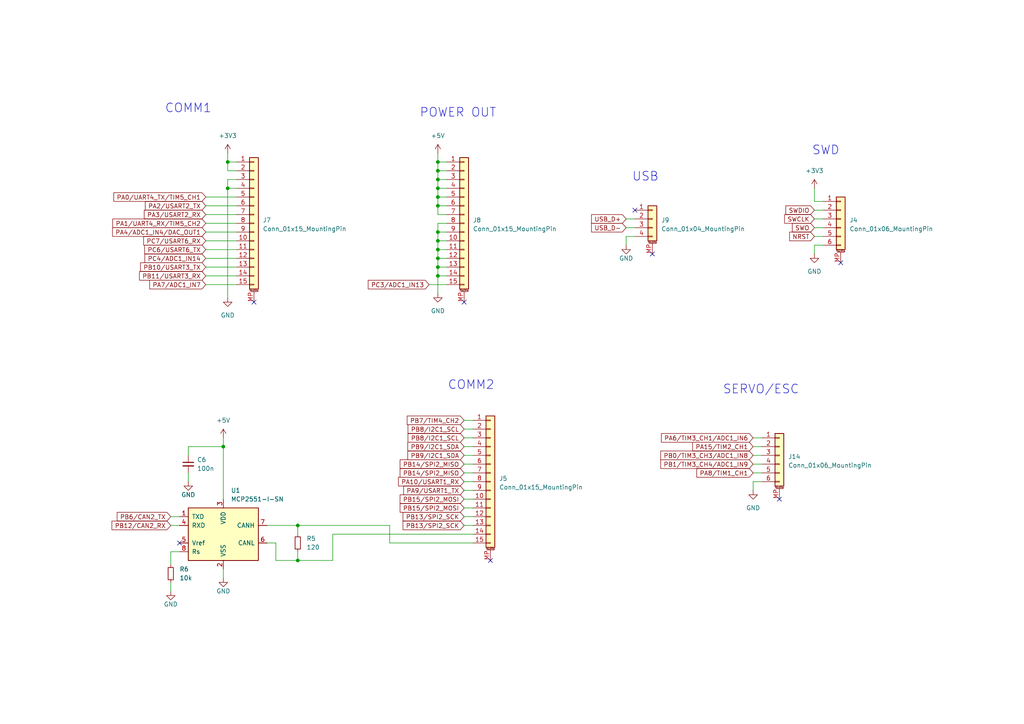
<source format=kicad_sch>
(kicad_sch
	(version 20231120)
	(generator "eeschema")
	(generator_version "8.0")
	(uuid "20ee8fa4-fe4a-4d6c-ae70-411e31c67429")
	(paper "A4")
	(lib_symbols
		(symbol "Connector_Generic_MountingPin:Conn_01x04_MountingPin"
			(pin_names
				(offset 1.016) hide)
			(exclude_from_sim no)
			(in_bom yes)
			(on_board yes)
			(property "Reference" "J"
				(at 0 5.08 0)
				(effects
					(font
						(size 1.27 1.27)
					)
				)
			)
			(property "Value" "Conn_01x04_MountingPin"
				(at 1.27 -7.62 0)
				(effects
					(font
						(size 1.27 1.27)
					)
					(justify left)
				)
			)
			(property "Footprint" ""
				(at 0 0 0)
				(effects
					(font
						(size 1.27 1.27)
					)
					(hide yes)
				)
			)
			(property "Datasheet" "~"
				(at 0 0 0)
				(effects
					(font
						(size 1.27 1.27)
					)
					(hide yes)
				)
			)
			(property "Description" "Generic connectable mounting pin connector, single row, 01x04, script generated (kicad-library-utils/schlib/autogen/connector/)"
				(at 0 0 0)
				(effects
					(font
						(size 1.27 1.27)
					)
					(hide yes)
				)
			)
			(property "ki_keywords" "connector"
				(at 0 0 0)
				(effects
					(font
						(size 1.27 1.27)
					)
					(hide yes)
				)
			)
			(property "ki_fp_filters" "Connector*:*_1x??-1MP*"
				(at 0 0 0)
				(effects
					(font
						(size 1.27 1.27)
					)
					(hide yes)
				)
			)
			(symbol "Conn_01x04_MountingPin_1_1"
				(rectangle
					(start -1.27 -4.953)
					(end 0 -5.207)
					(stroke
						(width 0.1524)
						(type default)
					)
					(fill
						(type none)
					)
				)
				(rectangle
					(start -1.27 -2.413)
					(end 0 -2.667)
					(stroke
						(width 0.1524)
						(type default)
					)
					(fill
						(type none)
					)
				)
				(rectangle
					(start -1.27 0.127)
					(end 0 -0.127)
					(stroke
						(width 0.1524)
						(type default)
					)
					(fill
						(type none)
					)
				)
				(rectangle
					(start -1.27 2.667)
					(end 0 2.413)
					(stroke
						(width 0.1524)
						(type default)
					)
					(fill
						(type none)
					)
				)
				(rectangle
					(start -1.27 3.81)
					(end 1.27 -6.35)
					(stroke
						(width 0.254)
						(type default)
					)
					(fill
						(type background)
					)
				)
				(polyline
					(pts
						(xy -1.016 -7.112) (xy 1.016 -7.112)
					)
					(stroke
						(width 0.1524)
						(type default)
					)
					(fill
						(type none)
					)
				)
				(text "Mounting"
					(at 0 -6.731 0)
					(effects
						(font
							(size 0.381 0.381)
						)
					)
				)
				(pin passive line
					(at -5.08 2.54 0)
					(length 3.81)
					(name "Pin_1"
						(effects
							(font
								(size 1.27 1.27)
							)
						)
					)
					(number "1"
						(effects
							(font
								(size 1.27 1.27)
							)
						)
					)
				)
				(pin passive line
					(at -5.08 0 0)
					(length 3.81)
					(name "Pin_2"
						(effects
							(font
								(size 1.27 1.27)
							)
						)
					)
					(number "2"
						(effects
							(font
								(size 1.27 1.27)
							)
						)
					)
				)
				(pin passive line
					(at -5.08 -2.54 0)
					(length 3.81)
					(name "Pin_3"
						(effects
							(font
								(size 1.27 1.27)
							)
						)
					)
					(number "3"
						(effects
							(font
								(size 1.27 1.27)
							)
						)
					)
				)
				(pin passive line
					(at -5.08 -5.08 0)
					(length 3.81)
					(name "Pin_4"
						(effects
							(font
								(size 1.27 1.27)
							)
						)
					)
					(number "4"
						(effects
							(font
								(size 1.27 1.27)
							)
						)
					)
				)
				(pin passive line
					(at 0 -10.16 90)
					(length 3.048)
					(name "MountPin"
						(effects
							(font
								(size 1.27 1.27)
							)
						)
					)
					(number "MP"
						(effects
							(font
								(size 1.27 1.27)
							)
						)
					)
				)
			)
		)
		(symbol "Connector_Generic_MountingPin:Conn_01x06_MountingPin"
			(pin_names
				(offset 1.016) hide)
			(exclude_from_sim no)
			(in_bom yes)
			(on_board yes)
			(property "Reference" "J"
				(at 0 7.62 0)
				(effects
					(font
						(size 1.27 1.27)
					)
				)
			)
			(property "Value" "Conn_01x06_MountingPin"
				(at 1.27 -10.16 0)
				(effects
					(font
						(size 1.27 1.27)
					)
					(justify left)
				)
			)
			(property "Footprint" ""
				(at 0 0 0)
				(effects
					(font
						(size 1.27 1.27)
					)
					(hide yes)
				)
			)
			(property "Datasheet" "~"
				(at 0 0 0)
				(effects
					(font
						(size 1.27 1.27)
					)
					(hide yes)
				)
			)
			(property "Description" "Generic connectable mounting pin connector, single row, 01x06, script generated (kicad-library-utils/schlib/autogen/connector/)"
				(at 0 0 0)
				(effects
					(font
						(size 1.27 1.27)
					)
					(hide yes)
				)
			)
			(property "ki_keywords" "connector"
				(at 0 0 0)
				(effects
					(font
						(size 1.27 1.27)
					)
					(hide yes)
				)
			)
			(property "ki_fp_filters" "Connector*:*_1x??-1MP*"
				(at 0 0 0)
				(effects
					(font
						(size 1.27 1.27)
					)
					(hide yes)
				)
			)
			(symbol "Conn_01x06_MountingPin_1_1"
				(rectangle
					(start -1.27 -7.493)
					(end 0 -7.747)
					(stroke
						(width 0.1524)
						(type default)
					)
					(fill
						(type none)
					)
				)
				(rectangle
					(start -1.27 -4.953)
					(end 0 -5.207)
					(stroke
						(width 0.1524)
						(type default)
					)
					(fill
						(type none)
					)
				)
				(rectangle
					(start -1.27 -2.413)
					(end 0 -2.667)
					(stroke
						(width 0.1524)
						(type default)
					)
					(fill
						(type none)
					)
				)
				(rectangle
					(start -1.27 0.127)
					(end 0 -0.127)
					(stroke
						(width 0.1524)
						(type default)
					)
					(fill
						(type none)
					)
				)
				(rectangle
					(start -1.27 2.667)
					(end 0 2.413)
					(stroke
						(width 0.1524)
						(type default)
					)
					(fill
						(type none)
					)
				)
				(rectangle
					(start -1.27 5.207)
					(end 0 4.953)
					(stroke
						(width 0.1524)
						(type default)
					)
					(fill
						(type none)
					)
				)
				(rectangle
					(start -1.27 6.35)
					(end 1.27 -8.89)
					(stroke
						(width 0.254)
						(type default)
					)
					(fill
						(type background)
					)
				)
				(polyline
					(pts
						(xy -1.016 -9.652) (xy 1.016 -9.652)
					)
					(stroke
						(width 0.1524)
						(type default)
					)
					(fill
						(type none)
					)
				)
				(text "Mounting"
					(at 0 -9.271 0)
					(effects
						(font
							(size 0.381 0.381)
						)
					)
				)
				(pin passive line
					(at -5.08 5.08 0)
					(length 3.81)
					(name "Pin_1"
						(effects
							(font
								(size 1.27 1.27)
							)
						)
					)
					(number "1"
						(effects
							(font
								(size 1.27 1.27)
							)
						)
					)
				)
				(pin passive line
					(at -5.08 2.54 0)
					(length 3.81)
					(name "Pin_2"
						(effects
							(font
								(size 1.27 1.27)
							)
						)
					)
					(number "2"
						(effects
							(font
								(size 1.27 1.27)
							)
						)
					)
				)
				(pin passive line
					(at -5.08 0 0)
					(length 3.81)
					(name "Pin_3"
						(effects
							(font
								(size 1.27 1.27)
							)
						)
					)
					(number "3"
						(effects
							(font
								(size 1.27 1.27)
							)
						)
					)
				)
				(pin passive line
					(at -5.08 -2.54 0)
					(length 3.81)
					(name "Pin_4"
						(effects
							(font
								(size 1.27 1.27)
							)
						)
					)
					(number "4"
						(effects
							(font
								(size 1.27 1.27)
							)
						)
					)
				)
				(pin passive line
					(at -5.08 -5.08 0)
					(length 3.81)
					(name "Pin_5"
						(effects
							(font
								(size 1.27 1.27)
							)
						)
					)
					(number "5"
						(effects
							(font
								(size 1.27 1.27)
							)
						)
					)
				)
				(pin passive line
					(at -5.08 -7.62 0)
					(length 3.81)
					(name "Pin_6"
						(effects
							(font
								(size 1.27 1.27)
							)
						)
					)
					(number "6"
						(effects
							(font
								(size 1.27 1.27)
							)
						)
					)
				)
				(pin passive line
					(at 0 -12.7 90)
					(length 3.048)
					(name "MountPin"
						(effects
							(font
								(size 1.27 1.27)
							)
						)
					)
					(number "MP"
						(effects
							(font
								(size 1.27 1.27)
							)
						)
					)
				)
			)
		)
		(symbol "Connector_Generic_MountingPin:Conn_01x15_MountingPin"
			(pin_names
				(offset 1.016) hide)
			(exclude_from_sim no)
			(in_bom yes)
			(on_board yes)
			(property "Reference" "J"
				(at 0 20.32 0)
				(effects
					(font
						(size 1.27 1.27)
					)
				)
			)
			(property "Value" "Conn_01x15_MountingPin"
				(at 1.27 -20.32 0)
				(effects
					(font
						(size 1.27 1.27)
					)
					(justify left)
				)
			)
			(property "Footprint" ""
				(at 0 0 0)
				(effects
					(font
						(size 1.27 1.27)
					)
					(hide yes)
				)
			)
			(property "Datasheet" "~"
				(at 0 0 0)
				(effects
					(font
						(size 1.27 1.27)
					)
					(hide yes)
				)
			)
			(property "Description" "Generic connectable mounting pin connector, single row, 01x15, script generated (kicad-library-utils/schlib/autogen/connector/)"
				(at 0 0 0)
				(effects
					(font
						(size 1.27 1.27)
					)
					(hide yes)
				)
			)
			(property "ki_keywords" "connector"
				(at 0 0 0)
				(effects
					(font
						(size 1.27 1.27)
					)
					(hide yes)
				)
			)
			(property "ki_fp_filters" "Connector*:*_1x??-1MP*"
				(at 0 0 0)
				(effects
					(font
						(size 1.27 1.27)
					)
					(hide yes)
				)
			)
			(symbol "Conn_01x15_MountingPin_1_1"
				(rectangle
					(start -1.27 -17.653)
					(end 0 -17.907)
					(stroke
						(width 0.1524)
						(type default)
					)
					(fill
						(type none)
					)
				)
				(rectangle
					(start -1.27 -15.113)
					(end 0 -15.367)
					(stroke
						(width 0.1524)
						(type default)
					)
					(fill
						(type none)
					)
				)
				(rectangle
					(start -1.27 -12.573)
					(end 0 -12.827)
					(stroke
						(width 0.1524)
						(type default)
					)
					(fill
						(type none)
					)
				)
				(rectangle
					(start -1.27 -10.033)
					(end 0 -10.287)
					(stroke
						(width 0.1524)
						(type default)
					)
					(fill
						(type none)
					)
				)
				(rectangle
					(start -1.27 -7.493)
					(end 0 -7.747)
					(stroke
						(width 0.1524)
						(type default)
					)
					(fill
						(type none)
					)
				)
				(rectangle
					(start -1.27 -4.953)
					(end 0 -5.207)
					(stroke
						(width 0.1524)
						(type default)
					)
					(fill
						(type none)
					)
				)
				(rectangle
					(start -1.27 -2.413)
					(end 0 -2.667)
					(stroke
						(width 0.1524)
						(type default)
					)
					(fill
						(type none)
					)
				)
				(rectangle
					(start -1.27 0.127)
					(end 0 -0.127)
					(stroke
						(width 0.1524)
						(type default)
					)
					(fill
						(type none)
					)
				)
				(rectangle
					(start -1.27 2.667)
					(end 0 2.413)
					(stroke
						(width 0.1524)
						(type default)
					)
					(fill
						(type none)
					)
				)
				(rectangle
					(start -1.27 5.207)
					(end 0 4.953)
					(stroke
						(width 0.1524)
						(type default)
					)
					(fill
						(type none)
					)
				)
				(rectangle
					(start -1.27 7.747)
					(end 0 7.493)
					(stroke
						(width 0.1524)
						(type default)
					)
					(fill
						(type none)
					)
				)
				(rectangle
					(start -1.27 10.287)
					(end 0 10.033)
					(stroke
						(width 0.1524)
						(type default)
					)
					(fill
						(type none)
					)
				)
				(rectangle
					(start -1.27 12.827)
					(end 0 12.573)
					(stroke
						(width 0.1524)
						(type default)
					)
					(fill
						(type none)
					)
				)
				(rectangle
					(start -1.27 15.367)
					(end 0 15.113)
					(stroke
						(width 0.1524)
						(type default)
					)
					(fill
						(type none)
					)
				)
				(rectangle
					(start -1.27 17.907)
					(end 0 17.653)
					(stroke
						(width 0.1524)
						(type default)
					)
					(fill
						(type none)
					)
				)
				(rectangle
					(start -1.27 19.05)
					(end 1.27 -19.05)
					(stroke
						(width 0.254)
						(type default)
					)
					(fill
						(type background)
					)
				)
				(polyline
					(pts
						(xy -1.016 -19.812) (xy 1.016 -19.812)
					)
					(stroke
						(width 0.1524)
						(type default)
					)
					(fill
						(type none)
					)
				)
				(text "Mounting"
					(at 0 -19.431 0)
					(effects
						(font
							(size 0.381 0.381)
						)
					)
				)
				(pin passive line
					(at -5.08 17.78 0)
					(length 3.81)
					(name "Pin_1"
						(effects
							(font
								(size 1.27 1.27)
							)
						)
					)
					(number "1"
						(effects
							(font
								(size 1.27 1.27)
							)
						)
					)
				)
				(pin passive line
					(at -5.08 -5.08 0)
					(length 3.81)
					(name "Pin_10"
						(effects
							(font
								(size 1.27 1.27)
							)
						)
					)
					(number "10"
						(effects
							(font
								(size 1.27 1.27)
							)
						)
					)
				)
				(pin passive line
					(at -5.08 -7.62 0)
					(length 3.81)
					(name "Pin_11"
						(effects
							(font
								(size 1.27 1.27)
							)
						)
					)
					(number "11"
						(effects
							(font
								(size 1.27 1.27)
							)
						)
					)
				)
				(pin passive line
					(at -5.08 -10.16 0)
					(length 3.81)
					(name "Pin_12"
						(effects
							(font
								(size 1.27 1.27)
							)
						)
					)
					(number "12"
						(effects
							(font
								(size 1.27 1.27)
							)
						)
					)
				)
				(pin passive line
					(at -5.08 -12.7 0)
					(length 3.81)
					(name "Pin_13"
						(effects
							(font
								(size 1.27 1.27)
							)
						)
					)
					(number "13"
						(effects
							(font
								(size 1.27 1.27)
							)
						)
					)
				)
				(pin passive line
					(at -5.08 -15.24 0)
					(length 3.81)
					(name "Pin_14"
						(effects
							(font
								(size 1.27 1.27)
							)
						)
					)
					(number "14"
						(effects
							(font
								(size 1.27 1.27)
							)
						)
					)
				)
				(pin passive line
					(at -5.08 -17.78 0)
					(length 3.81)
					(name "Pin_15"
						(effects
							(font
								(size 1.27 1.27)
							)
						)
					)
					(number "15"
						(effects
							(font
								(size 1.27 1.27)
							)
						)
					)
				)
				(pin passive line
					(at -5.08 15.24 0)
					(length 3.81)
					(name "Pin_2"
						(effects
							(font
								(size 1.27 1.27)
							)
						)
					)
					(number "2"
						(effects
							(font
								(size 1.27 1.27)
							)
						)
					)
				)
				(pin passive line
					(at -5.08 12.7 0)
					(length 3.81)
					(name "Pin_3"
						(effects
							(font
								(size 1.27 1.27)
							)
						)
					)
					(number "3"
						(effects
							(font
								(size 1.27 1.27)
							)
						)
					)
				)
				(pin passive line
					(at -5.08 10.16 0)
					(length 3.81)
					(name "Pin_4"
						(effects
							(font
								(size 1.27 1.27)
							)
						)
					)
					(number "4"
						(effects
							(font
								(size 1.27 1.27)
							)
						)
					)
				)
				(pin passive line
					(at -5.08 7.62 0)
					(length 3.81)
					(name "Pin_5"
						(effects
							(font
								(size 1.27 1.27)
							)
						)
					)
					(number "5"
						(effects
							(font
								(size 1.27 1.27)
							)
						)
					)
				)
				(pin passive line
					(at -5.08 5.08 0)
					(length 3.81)
					(name "Pin_6"
						(effects
							(font
								(size 1.27 1.27)
							)
						)
					)
					(number "6"
						(effects
							(font
								(size 1.27 1.27)
							)
						)
					)
				)
				(pin passive line
					(at -5.08 2.54 0)
					(length 3.81)
					(name "Pin_7"
						(effects
							(font
								(size 1.27 1.27)
							)
						)
					)
					(number "7"
						(effects
							(font
								(size 1.27 1.27)
							)
						)
					)
				)
				(pin passive line
					(at -5.08 0 0)
					(length 3.81)
					(name "Pin_8"
						(effects
							(font
								(size 1.27 1.27)
							)
						)
					)
					(number "8"
						(effects
							(font
								(size 1.27 1.27)
							)
						)
					)
				)
				(pin passive line
					(at -5.08 -2.54 0)
					(length 3.81)
					(name "Pin_9"
						(effects
							(font
								(size 1.27 1.27)
							)
						)
					)
					(number "9"
						(effects
							(font
								(size 1.27 1.27)
							)
						)
					)
				)
				(pin passive line
					(at 0 -22.86 90)
					(length 3.048)
					(name "MountPin"
						(effects
							(font
								(size 1.27 1.27)
							)
						)
					)
					(number "MP"
						(effects
							(font
								(size 1.27 1.27)
							)
						)
					)
				)
			)
		)
		(symbol "Device:C_Small"
			(pin_numbers hide)
			(pin_names
				(offset 0.254) hide)
			(exclude_from_sim no)
			(in_bom yes)
			(on_board yes)
			(property "Reference" "C"
				(at 0.254 1.778 0)
				(effects
					(font
						(size 1.27 1.27)
					)
					(justify left)
				)
			)
			(property "Value" "C_Small"
				(at 0.254 -2.032 0)
				(effects
					(font
						(size 1.27 1.27)
					)
					(justify left)
				)
			)
			(property "Footprint" ""
				(at 0 0 0)
				(effects
					(font
						(size 1.27 1.27)
					)
					(hide yes)
				)
			)
			(property "Datasheet" "~"
				(at 0 0 0)
				(effects
					(font
						(size 1.27 1.27)
					)
					(hide yes)
				)
			)
			(property "Description" "Unpolarized capacitor, small symbol"
				(at 0 0 0)
				(effects
					(font
						(size 1.27 1.27)
					)
					(hide yes)
				)
			)
			(property "ki_keywords" "capacitor cap"
				(at 0 0 0)
				(effects
					(font
						(size 1.27 1.27)
					)
					(hide yes)
				)
			)
			(property "ki_fp_filters" "C_*"
				(at 0 0 0)
				(effects
					(font
						(size 1.27 1.27)
					)
					(hide yes)
				)
			)
			(symbol "C_Small_0_1"
				(polyline
					(pts
						(xy -1.524 -0.508) (xy 1.524 -0.508)
					)
					(stroke
						(width 0.3302)
						(type default)
					)
					(fill
						(type none)
					)
				)
				(polyline
					(pts
						(xy -1.524 0.508) (xy 1.524 0.508)
					)
					(stroke
						(width 0.3048)
						(type default)
					)
					(fill
						(type none)
					)
				)
			)
			(symbol "C_Small_1_1"
				(pin passive line
					(at 0 2.54 270)
					(length 2.032)
					(name "~"
						(effects
							(font
								(size 1.27 1.27)
							)
						)
					)
					(number "1"
						(effects
							(font
								(size 1.27 1.27)
							)
						)
					)
				)
				(pin passive line
					(at 0 -2.54 90)
					(length 2.032)
					(name "~"
						(effects
							(font
								(size 1.27 1.27)
							)
						)
					)
					(number "2"
						(effects
							(font
								(size 1.27 1.27)
							)
						)
					)
				)
			)
		)
		(symbol "Device:R_Small"
			(pin_numbers hide)
			(pin_names
				(offset 0.254) hide)
			(exclude_from_sim no)
			(in_bom yes)
			(on_board yes)
			(property "Reference" "R"
				(at 0.762 0.508 0)
				(effects
					(font
						(size 1.27 1.27)
					)
					(justify left)
				)
			)
			(property "Value" "R_Small"
				(at 0.762 -1.016 0)
				(effects
					(font
						(size 1.27 1.27)
					)
					(justify left)
				)
			)
			(property "Footprint" ""
				(at 0 0 0)
				(effects
					(font
						(size 1.27 1.27)
					)
					(hide yes)
				)
			)
			(property "Datasheet" "~"
				(at 0 0 0)
				(effects
					(font
						(size 1.27 1.27)
					)
					(hide yes)
				)
			)
			(property "Description" "Resistor, small symbol"
				(at 0 0 0)
				(effects
					(font
						(size 1.27 1.27)
					)
					(hide yes)
				)
			)
			(property "ki_keywords" "R resistor"
				(at 0 0 0)
				(effects
					(font
						(size 1.27 1.27)
					)
					(hide yes)
				)
			)
			(property "ki_fp_filters" "R_*"
				(at 0 0 0)
				(effects
					(font
						(size 1.27 1.27)
					)
					(hide yes)
				)
			)
			(symbol "R_Small_0_1"
				(rectangle
					(start -0.762 1.778)
					(end 0.762 -1.778)
					(stroke
						(width 0.2032)
						(type default)
					)
					(fill
						(type none)
					)
				)
			)
			(symbol "R_Small_1_1"
				(pin passive line
					(at 0 2.54 270)
					(length 0.762)
					(name "~"
						(effects
							(font
								(size 1.27 1.27)
							)
						)
					)
					(number "1"
						(effects
							(font
								(size 1.27 1.27)
							)
						)
					)
				)
				(pin passive line
					(at 0 -2.54 90)
					(length 0.762)
					(name "~"
						(effects
							(font
								(size 1.27 1.27)
							)
						)
					)
					(number "2"
						(effects
							(font
								(size 1.27 1.27)
							)
						)
					)
				)
			)
		)
		(symbol "Interface_CAN_LIN:MCP2551-I-SN"
			(pin_names
				(offset 1.016)
			)
			(exclude_from_sim no)
			(in_bom yes)
			(on_board yes)
			(property "Reference" "U"
				(at -10.16 8.89 0)
				(effects
					(font
						(size 1.27 1.27)
					)
					(justify left)
				)
			)
			(property "Value" "MCP2551-I-SN"
				(at 2.54 8.89 0)
				(effects
					(font
						(size 1.27 1.27)
					)
					(justify left)
				)
			)
			(property "Footprint" "Package_SO:SOIC-8_3.9x4.9mm_P1.27mm"
				(at 0 -12.7 0)
				(effects
					(font
						(size 1.27 1.27)
						(italic yes)
					)
					(hide yes)
				)
			)
			(property "Datasheet" "http://ww1.microchip.com/downloads/en/devicedoc/21667d.pdf"
				(at 0 0 0)
				(effects
					(font
						(size 1.27 1.27)
					)
					(hide yes)
				)
			)
			(property "Description" "High-Speed CAN Transceiver, 1Mbps, 5V supply, SOIC-8"
				(at 0 0 0)
				(effects
					(font
						(size 1.27 1.27)
					)
					(hide yes)
				)
			)
			(property "ki_keywords" "High-Speed CAN Transceiver"
				(at 0 0 0)
				(effects
					(font
						(size 1.27 1.27)
					)
					(hide yes)
				)
			)
			(property "ki_fp_filters" "SOIC*3.9x4.9mm*P1.27mm*"
				(at 0 0 0)
				(effects
					(font
						(size 1.27 1.27)
					)
					(hide yes)
				)
			)
			(symbol "MCP2551-I-SN_0_1"
				(rectangle
					(start -10.16 7.62)
					(end 10.16 -7.62)
					(stroke
						(width 0.254)
						(type default)
					)
					(fill
						(type background)
					)
				)
			)
			(symbol "MCP2551-I-SN_1_1"
				(pin input line
					(at -12.7 5.08 0)
					(length 2.54)
					(name "TXD"
						(effects
							(font
								(size 1.27 1.27)
							)
						)
					)
					(number "1"
						(effects
							(font
								(size 1.27 1.27)
							)
						)
					)
				)
				(pin power_in line
					(at 0 -10.16 90)
					(length 2.54)
					(name "VSS"
						(effects
							(font
								(size 1.27 1.27)
							)
						)
					)
					(number "2"
						(effects
							(font
								(size 1.27 1.27)
							)
						)
					)
				)
				(pin power_in line
					(at 0 10.16 270)
					(length 2.54)
					(name "VDD"
						(effects
							(font
								(size 1.27 1.27)
							)
						)
					)
					(number "3"
						(effects
							(font
								(size 1.27 1.27)
							)
						)
					)
				)
				(pin output line
					(at -12.7 2.54 0)
					(length 2.54)
					(name "RXD"
						(effects
							(font
								(size 1.27 1.27)
							)
						)
					)
					(number "4"
						(effects
							(font
								(size 1.27 1.27)
							)
						)
					)
				)
				(pin power_out line
					(at -12.7 -2.54 0)
					(length 2.54)
					(name "Vref"
						(effects
							(font
								(size 1.27 1.27)
							)
						)
					)
					(number "5"
						(effects
							(font
								(size 1.27 1.27)
							)
						)
					)
				)
				(pin bidirectional line
					(at 12.7 -2.54 180)
					(length 2.54)
					(name "CANL"
						(effects
							(font
								(size 1.27 1.27)
							)
						)
					)
					(number "6"
						(effects
							(font
								(size 1.27 1.27)
							)
						)
					)
				)
				(pin bidirectional line
					(at 12.7 2.54 180)
					(length 2.54)
					(name "CANH"
						(effects
							(font
								(size 1.27 1.27)
							)
						)
					)
					(number "7"
						(effects
							(font
								(size 1.27 1.27)
							)
						)
					)
				)
				(pin input line
					(at -12.7 -5.08 0)
					(length 2.54)
					(name "Rs"
						(effects
							(font
								(size 1.27 1.27)
							)
						)
					)
					(number "8"
						(effects
							(font
								(size 1.27 1.27)
							)
						)
					)
				)
			)
		)
		(symbol "power:+5V"
			(power)
			(pin_numbers hide)
			(pin_names
				(offset 0) hide)
			(exclude_from_sim no)
			(in_bom yes)
			(on_board yes)
			(property "Reference" "#PWR"
				(at 0 -3.81 0)
				(effects
					(font
						(size 1.27 1.27)
					)
					(hide yes)
				)
			)
			(property "Value" "+5V"
				(at 0 3.556 0)
				(effects
					(font
						(size 1.27 1.27)
					)
				)
			)
			(property "Footprint" ""
				(at 0 0 0)
				(effects
					(font
						(size 1.27 1.27)
					)
					(hide yes)
				)
			)
			(property "Datasheet" ""
				(at 0 0 0)
				(effects
					(font
						(size 1.27 1.27)
					)
					(hide yes)
				)
			)
			(property "Description" "Power symbol creates a global label with name \"+5V\""
				(at 0 0 0)
				(effects
					(font
						(size 1.27 1.27)
					)
					(hide yes)
				)
			)
			(property "ki_keywords" "global power"
				(at 0 0 0)
				(effects
					(font
						(size 1.27 1.27)
					)
					(hide yes)
				)
			)
			(symbol "+5V_0_1"
				(polyline
					(pts
						(xy -0.762 1.27) (xy 0 2.54)
					)
					(stroke
						(width 0)
						(type default)
					)
					(fill
						(type none)
					)
				)
				(polyline
					(pts
						(xy 0 0) (xy 0 2.54)
					)
					(stroke
						(width 0)
						(type default)
					)
					(fill
						(type none)
					)
				)
				(polyline
					(pts
						(xy 0 2.54) (xy 0.762 1.27)
					)
					(stroke
						(width 0)
						(type default)
					)
					(fill
						(type none)
					)
				)
			)
			(symbol "+5V_1_1"
				(pin power_in line
					(at 0 0 90)
					(length 0)
					(name "~"
						(effects
							(font
								(size 1.27 1.27)
							)
						)
					)
					(number "1"
						(effects
							(font
								(size 1.27 1.27)
							)
						)
					)
				)
			)
		)
		(symbol "power:GND"
			(power)
			(pin_numbers hide)
			(pin_names
				(offset 0) hide)
			(exclude_from_sim no)
			(in_bom yes)
			(on_board yes)
			(property "Reference" "#PWR"
				(at 0 -6.35 0)
				(effects
					(font
						(size 1.27 1.27)
					)
					(hide yes)
				)
			)
			(property "Value" "GND"
				(at 0 -3.81 0)
				(effects
					(font
						(size 1.27 1.27)
					)
				)
			)
			(property "Footprint" ""
				(at 0 0 0)
				(effects
					(font
						(size 1.27 1.27)
					)
					(hide yes)
				)
			)
			(property "Datasheet" ""
				(at 0 0 0)
				(effects
					(font
						(size 1.27 1.27)
					)
					(hide yes)
				)
			)
			(property "Description" "Power symbol creates a global label with name \"GND\" , ground"
				(at 0 0 0)
				(effects
					(font
						(size 1.27 1.27)
					)
					(hide yes)
				)
			)
			(property "ki_keywords" "global power"
				(at 0 0 0)
				(effects
					(font
						(size 1.27 1.27)
					)
					(hide yes)
				)
			)
			(symbol "GND_0_1"
				(polyline
					(pts
						(xy 0 0) (xy 0 -1.27) (xy 1.27 -1.27) (xy 0 -2.54) (xy -1.27 -1.27) (xy 0 -1.27)
					)
					(stroke
						(width 0)
						(type default)
					)
					(fill
						(type none)
					)
				)
			)
			(symbol "GND_1_1"
				(pin power_in line
					(at 0 0 270)
					(length 0)
					(name "~"
						(effects
							(font
								(size 1.27 1.27)
							)
						)
					)
					(number "1"
						(effects
							(font
								(size 1.27 1.27)
							)
						)
					)
				)
			)
		)
	)
	(junction
		(at 127 57.15)
		(diameter 0)
		(color 0 0 0 0)
		(uuid "0ba8982f-3f3f-4e7e-93eb-2bf1b2d61b32")
	)
	(junction
		(at 127 80.01)
		(diameter 0)
		(color 0 0 0 0)
		(uuid "0ed76906-c826-40c3-995f-b8d23fdfe7b5")
	)
	(junction
		(at 127 46.99)
		(diameter 0)
		(color 0 0 0 0)
		(uuid "31144184-2472-44af-86d9-c73bf8567831")
	)
	(junction
		(at 127 69.85)
		(diameter 0)
		(color 0 0 0 0)
		(uuid "4076ce3c-1d6b-49c7-b1a4-27480f5c0c09")
	)
	(junction
		(at 127 52.07)
		(diameter 0)
		(color 0 0 0 0)
		(uuid "4d35439c-c5d1-461e-bdd6-decc110af3a6")
	)
	(junction
		(at 127 49.53)
		(diameter 0)
		(color 0 0 0 0)
		(uuid "54128eac-9214-4b28-a787-2c55d40e59fb")
	)
	(junction
		(at 127 72.39)
		(diameter 0)
		(color 0 0 0 0)
		(uuid "680c006a-f083-48d7-872b-a7a41b0ebcfc")
	)
	(junction
		(at 127 59.69)
		(diameter 0)
		(color 0 0 0 0)
		(uuid "9254fa22-6a1a-4f2f-a1c9-d21e2d0e1903")
	)
	(junction
		(at 127 77.47)
		(diameter 0)
		(color 0 0 0 0)
		(uuid "98be938e-2149-44bc-b2f1-5d2cc39b3f3c")
	)
	(junction
		(at 127 54.61)
		(diameter 0)
		(color 0 0 0 0)
		(uuid "b85ff98f-dadc-4527-a1b8-be6a6dafb353")
	)
	(junction
		(at 86.36 152.4)
		(diameter 0)
		(color 0 0 0 0)
		(uuid "b9c0502c-027a-4b8f-a458-e32bc37fab24")
	)
	(junction
		(at 66.04 54.61)
		(diameter 0)
		(color 0 0 0 0)
		(uuid "c4e4bfd4-c4f7-4580-93ba-8fe6a9abc7fa")
	)
	(junction
		(at 66.04 46.99)
		(diameter 0)
		(color 0 0 0 0)
		(uuid "ca5b4115-551e-4105-a0eb-12e809a95f36")
	)
	(junction
		(at 127 74.93)
		(diameter 0)
		(color 0 0 0 0)
		(uuid "cc6818d8-675a-4610-89de-68aa5206e592")
	)
	(junction
		(at 86.36 162.56)
		(diameter 0)
		(color 0 0 0 0)
		(uuid "d6d1bb02-d02f-416a-960c-6fb8b237255f")
	)
	(junction
		(at 127 67.31)
		(diameter 0)
		(color 0 0 0 0)
		(uuid "d7d841c1-b954-4e68-97b6-effd2a012aa0")
	)
	(junction
		(at 64.77 129.54)
		(diameter 0)
		(color 0 0 0 0)
		(uuid "e1533629-8f2f-48f6-8e6d-1b217249f633")
	)
	(no_connect
		(at 226.06 144.78)
		(uuid "4cb899b6-2165-40cd-a2b2-10eba3023152")
	)
	(no_connect
		(at 189.23 73.66)
		(uuid "5ecff395-b3e2-4479-98b4-ca3e5a0e1ee0")
	)
	(no_connect
		(at 134.62 87.63)
		(uuid "618d8418-6154-43b2-944a-33e3d1880e54")
	)
	(no_connect
		(at 52.07 157.48)
		(uuid "81e3d73e-1f8a-485e-ad41-d0a31e1ecbe2")
	)
	(no_connect
		(at 73.66 87.63)
		(uuid "93d10607-412d-4269-86b1-06fe43247c6e")
	)
	(no_connect
		(at 184.15 60.96)
		(uuid "a2cfccec-a10b-4bae-ba33-5ee58979af44")
	)
	(no_connect
		(at 243.84 76.2)
		(uuid "ef27bd41-5f61-4a82-a985-692a72b4efd5")
	)
	(no_connect
		(at 142.24 162.56)
		(uuid "f5091a60-5410-4de6-bda8-11519b744034")
	)
	(wire
		(pts
			(xy 127 67.31) (xy 129.54 67.31)
		)
		(stroke
			(width 0)
			(type default)
		)
		(uuid "00b1ef53-f9ae-439c-bf28-e68b68d0c662")
	)
	(wire
		(pts
			(xy 127 80.01) (xy 127 77.47)
		)
		(stroke
			(width 0)
			(type default)
		)
		(uuid "04ab6e8d-d1e6-45e7-a560-b65871efe0b3")
	)
	(wire
		(pts
			(xy 127 46.99) (xy 129.54 46.99)
		)
		(stroke
			(width 0)
			(type default)
		)
		(uuid "0866aa5d-8021-4740-91c1-fd79ec723152")
	)
	(wire
		(pts
			(xy 86.36 160.02) (xy 86.36 162.56)
		)
		(stroke
			(width 0)
			(type default)
		)
		(uuid "0b801f8c-a263-4bc4-8e4f-015fd3b8e90c")
	)
	(wire
		(pts
			(xy 64.77 127) (xy 64.77 129.54)
		)
		(stroke
			(width 0)
			(type default)
		)
		(uuid "12235632-8bc8-45eb-aa7b-59ecef1391c7")
	)
	(wire
		(pts
			(xy 218.44 127) (xy 220.98 127)
		)
		(stroke
			(width 0)
			(type default)
		)
		(uuid "138a4cec-ffb6-4dbb-bf2c-6ad3aea91e93")
	)
	(wire
		(pts
			(xy 59.69 64.77) (xy 68.58 64.77)
		)
		(stroke
			(width 0)
			(type default)
		)
		(uuid "1ce9472d-6986-4cd5-8d06-6c3aebd5a16f")
	)
	(wire
		(pts
			(xy 124.46 82.55) (xy 129.54 82.55)
		)
		(stroke
			(width 0)
			(type default)
		)
		(uuid "260e96c8-8269-4d32-b360-40d8bdcf3860")
	)
	(wire
		(pts
			(xy 134.62 142.24) (xy 137.16 142.24)
		)
		(stroke
			(width 0)
			(type default)
		)
		(uuid "26633adb-38d4-4db5-8e8f-db21a697196e")
	)
	(wire
		(pts
			(xy 236.22 58.42) (xy 238.76 58.42)
		)
		(stroke
			(width 0)
			(type default)
		)
		(uuid "277a2f7e-e023-45a3-bcd0-280505c4b0a6")
	)
	(wire
		(pts
			(xy 66.04 54.61) (xy 68.58 54.61)
		)
		(stroke
			(width 0)
			(type default)
		)
		(uuid "29311422-6a75-49a7-b166-36729db610cf")
	)
	(wire
		(pts
			(xy 66.04 52.07) (xy 68.58 52.07)
		)
		(stroke
			(width 0)
			(type default)
		)
		(uuid "29da0b2a-45e0-48d0-b458-f85e28941aa6")
	)
	(wire
		(pts
			(xy 66.04 86.36) (xy 66.04 54.61)
		)
		(stroke
			(width 0)
			(type default)
		)
		(uuid "2b5a8b05-e4f8-4f50-966d-5b7e3b590e1d")
	)
	(wire
		(pts
			(xy 127 44.45) (xy 127 46.99)
		)
		(stroke
			(width 0)
			(type default)
		)
		(uuid "2b84dca7-8cfe-4feb-a9be-7e2b6a200e21")
	)
	(wire
		(pts
			(xy 54.61 139.7) (xy 54.61 137.16)
		)
		(stroke
			(width 0)
			(type default)
		)
		(uuid "2eea8506-0f52-4d2e-b76e-59793dd03a3b")
	)
	(wire
		(pts
			(xy 127 54.61) (xy 127 52.07)
		)
		(stroke
			(width 0)
			(type default)
		)
		(uuid "30af7747-fc4e-4556-bccd-ef607db734a0")
	)
	(wire
		(pts
			(xy 59.69 80.01) (xy 68.58 80.01)
		)
		(stroke
			(width 0)
			(type default)
		)
		(uuid "30f3fb5f-59a5-4b24-9ba2-37c2d8e1bf98")
	)
	(wire
		(pts
			(xy 127 46.99) (xy 127 49.53)
		)
		(stroke
			(width 0)
			(type default)
		)
		(uuid "3389cf19-5ea7-449b-ac1b-5c5764a0295f")
	)
	(wire
		(pts
			(xy 54.61 132.08) (xy 54.61 129.54)
		)
		(stroke
			(width 0)
			(type default)
		)
		(uuid "3489b81e-bdba-4b6e-9fe8-5fa5914d4268")
	)
	(wire
		(pts
			(xy 127 72.39) (xy 129.54 72.39)
		)
		(stroke
			(width 0)
			(type default)
		)
		(uuid "34adff4d-5dfa-4ef1-82c1-1d1836c71b6b")
	)
	(wire
		(pts
			(xy 80.01 162.56) (xy 86.36 162.56)
		)
		(stroke
			(width 0)
			(type default)
		)
		(uuid "36b8b334-53d8-4313-8ea7-842c0710aa44")
	)
	(wire
		(pts
			(xy 134.62 144.78) (xy 137.16 144.78)
		)
		(stroke
			(width 0)
			(type default)
		)
		(uuid "39ae3a37-3c4f-4c34-86ca-81919ca37b8d")
	)
	(wire
		(pts
			(xy 236.22 60.96) (xy 238.76 60.96)
		)
		(stroke
			(width 0)
			(type default)
		)
		(uuid "3cc04d01-7a01-45e7-9067-a1b2223e5262")
	)
	(wire
		(pts
			(xy 127 80.01) (xy 127 85.09)
		)
		(stroke
			(width 0)
			(type default)
		)
		(uuid "418b5ca2-9c34-40bf-bc90-8312550bc4a2")
	)
	(wire
		(pts
			(xy 54.61 129.54) (xy 64.77 129.54)
		)
		(stroke
			(width 0)
			(type default)
		)
		(uuid "41a1eb29-c17e-4e72-a33a-417b3ec761c5")
	)
	(wire
		(pts
			(xy 134.62 124.46) (xy 137.16 124.46)
		)
		(stroke
			(width 0)
			(type default)
		)
		(uuid "4b68c964-77a9-44b5-b506-9f5d8d634dcb")
	)
	(wire
		(pts
			(xy 127 62.23) (xy 127 59.69)
		)
		(stroke
			(width 0)
			(type default)
		)
		(uuid "4f1a1dfc-1d6d-45d1-b584-daf43f1d5c60")
	)
	(wire
		(pts
			(xy 49.53 171.45) (xy 49.53 168.91)
		)
		(stroke
			(width 0)
			(type default)
		)
		(uuid "4fad3639-22e0-4ddc-934c-2094c9add792")
	)
	(wire
		(pts
			(xy 218.44 129.54) (xy 220.98 129.54)
		)
		(stroke
			(width 0)
			(type default)
		)
		(uuid "526d2eda-ac31-48ee-b1ef-ff708a563678")
	)
	(wire
		(pts
			(xy 127 49.53) (xy 127 52.07)
		)
		(stroke
			(width 0)
			(type default)
		)
		(uuid "539de884-1311-4750-ba5d-a3fc2565d25f")
	)
	(wire
		(pts
			(xy 127 52.07) (xy 129.54 52.07)
		)
		(stroke
			(width 0)
			(type default)
		)
		(uuid "543675ae-5ce0-45bd-afcf-b825f484d13f")
	)
	(wire
		(pts
			(xy 86.36 152.4) (xy 86.36 154.94)
		)
		(stroke
			(width 0)
			(type default)
		)
		(uuid "5decb6ce-cdd5-4d5b-a3ae-6ef4722b57aa")
	)
	(wire
		(pts
			(xy 134.62 152.4) (xy 137.16 152.4)
		)
		(stroke
			(width 0)
			(type default)
		)
		(uuid "64fa0f45-f816-4e45-87ed-c17d766a5d8d")
	)
	(wire
		(pts
			(xy 218.44 134.62) (xy 220.98 134.62)
		)
		(stroke
			(width 0)
			(type default)
		)
		(uuid "6adeeaca-33af-4f60-80e7-a918ecbdf259")
	)
	(wire
		(pts
			(xy 127 74.93) (xy 127 72.39)
		)
		(stroke
			(width 0)
			(type default)
		)
		(uuid "6afe8149-0a18-48ac-bb47-58642b38fd84")
	)
	(wire
		(pts
			(xy 113.03 152.4) (xy 113.03 157.48)
		)
		(stroke
			(width 0)
			(type default)
		)
		(uuid "6c5fc5f2-4750-4253-95b8-cba2301f6583")
	)
	(wire
		(pts
			(xy 218.44 132.08) (xy 220.98 132.08)
		)
		(stroke
			(width 0)
			(type default)
		)
		(uuid "6f6af445-a9a3-40aa-a2d4-41b677b18317")
	)
	(wire
		(pts
			(xy 59.69 69.85) (xy 68.58 69.85)
		)
		(stroke
			(width 0)
			(type default)
		)
		(uuid "722707f2-5048-4b57-8107-6a9e6ba6bc23")
	)
	(wire
		(pts
			(xy 127 67.31) (xy 127 64.77)
		)
		(stroke
			(width 0)
			(type default)
		)
		(uuid "74a8b776-bd40-45f7-afe2-0736b27095ad")
	)
	(wire
		(pts
			(xy 127 64.77) (xy 129.54 64.77)
		)
		(stroke
			(width 0)
			(type default)
		)
		(uuid "7625d942-7d42-4e46-891c-461e730874ec")
	)
	(wire
		(pts
			(xy 86.36 162.56) (xy 96.52 162.56)
		)
		(stroke
			(width 0)
			(type default)
		)
		(uuid "7766fdb2-f243-47c5-ae31-c3206a8f8071")
	)
	(wire
		(pts
			(xy 127 77.47) (xy 129.54 77.47)
		)
		(stroke
			(width 0)
			(type default)
		)
		(uuid "78eb730e-01d7-40c8-8eef-a6a6203f71d1")
	)
	(wire
		(pts
			(xy 66.04 46.99) (xy 68.58 46.99)
		)
		(stroke
			(width 0)
			(type default)
		)
		(uuid "7a4c9c9c-eb76-40e1-a25c-d875ce5d401b")
	)
	(wire
		(pts
			(xy 66.04 54.61) (xy 66.04 52.07)
		)
		(stroke
			(width 0)
			(type default)
		)
		(uuid "7b54d24f-13fb-45c8-b4b3-42cf91805c9a")
	)
	(wire
		(pts
			(xy 127 80.01) (xy 129.54 80.01)
		)
		(stroke
			(width 0)
			(type default)
		)
		(uuid "7ddd0910-33f4-4573-ac8b-b7b0a15945f2")
	)
	(wire
		(pts
			(xy 64.77 165.1) (xy 64.77 167.64)
		)
		(stroke
			(width 0)
			(type default)
		)
		(uuid "7fba87cf-82ad-41ca-bfa7-393d8adc6d37")
	)
	(wire
		(pts
			(xy 64.77 129.54) (xy 64.77 144.78)
		)
		(stroke
			(width 0)
			(type default)
		)
		(uuid "806bb498-5b5b-473d-be06-9219801b32ec")
	)
	(wire
		(pts
			(xy 59.69 57.15) (xy 68.58 57.15)
		)
		(stroke
			(width 0)
			(type default)
		)
		(uuid "8185f4f3-4ac6-48e8-afc9-df40f4f72340")
	)
	(wire
		(pts
			(xy 127 74.93) (xy 129.54 74.93)
		)
		(stroke
			(width 0)
			(type default)
		)
		(uuid "82e9f159-3add-4f4b-ba0f-f98100eaf7d3")
	)
	(wire
		(pts
			(xy 134.62 137.16) (xy 137.16 137.16)
		)
		(stroke
			(width 0)
			(type default)
		)
		(uuid "84123468-6257-48fb-9138-eb62fc7b4109")
	)
	(wire
		(pts
			(xy 129.54 59.69) (xy 127 59.69)
		)
		(stroke
			(width 0)
			(type default)
		)
		(uuid "879d4541-4d02-4400-97bb-0ce3a3725aed")
	)
	(wire
		(pts
			(xy 127 59.69) (xy 127 57.15)
		)
		(stroke
			(width 0)
			(type default)
		)
		(uuid "8b4c5894-e633-40b6-a991-1dabb275c68f")
	)
	(wire
		(pts
			(xy 181.61 71.12) (xy 181.61 68.58)
		)
		(stroke
			(width 0)
			(type default)
		)
		(uuid "8b72db45-60cc-4f6d-bd8d-0606ba5439d3")
	)
	(wire
		(pts
			(xy 127 72.39) (xy 127 69.85)
		)
		(stroke
			(width 0)
			(type default)
		)
		(uuid "8c6abd33-252a-4e9a-a424-4c63826bf269")
	)
	(wire
		(pts
			(xy 86.36 152.4) (xy 113.03 152.4)
		)
		(stroke
			(width 0)
			(type default)
		)
		(uuid "8dd67946-4349-4155-bb32-075f1bd6e1d4")
	)
	(wire
		(pts
			(xy 96.52 154.94) (xy 137.16 154.94)
		)
		(stroke
			(width 0)
			(type default)
		)
		(uuid "8e354f52-66d3-4e7b-84af-0e5e4498bff2")
	)
	(wire
		(pts
			(xy 134.62 121.92) (xy 137.16 121.92)
		)
		(stroke
			(width 0)
			(type default)
		)
		(uuid "9078f085-c00b-427b-8c16-4a2131dc0f1d")
	)
	(wire
		(pts
			(xy 127 57.15) (xy 127 54.61)
		)
		(stroke
			(width 0)
			(type default)
		)
		(uuid "91eb1a47-f3b6-441f-b9ad-5e3ec5545538")
	)
	(wire
		(pts
			(xy 96.52 162.56) (xy 96.52 154.94)
		)
		(stroke
			(width 0)
			(type default)
		)
		(uuid "938a2815-6967-4b56-a37a-561de5c0026b")
	)
	(wire
		(pts
			(xy 134.62 132.08) (xy 137.16 132.08)
		)
		(stroke
			(width 0)
			(type default)
		)
		(uuid "9eb7bc27-f260-45f3-a6c7-17082dcb9076")
	)
	(wire
		(pts
			(xy 49.53 152.4) (xy 52.07 152.4)
		)
		(stroke
			(width 0)
			(type default)
		)
		(uuid "9facfdee-0e84-4044-97c5-de01e1ca8f8f")
	)
	(wire
		(pts
			(xy 236.22 66.04) (xy 238.76 66.04)
		)
		(stroke
			(width 0)
			(type default)
		)
		(uuid "a3e358ca-bac5-4f64-bc5f-2ed6d5f6461e")
	)
	(wire
		(pts
			(xy 49.53 149.86) (xy 52.07 149.86)
		)
		(stroke
			(width 0)
			(type default)
		)
		(uuid "a5799cd0-7f05-4fef-907d-4b3a27443145")
	)
	(wire
		(pts
			(xy 129.54 57.15) (xy 127 57.15)
		)
		(stroke
			(width 0)
			(type default)
		)
		(uuid "a80ff06b-3a79-48ad-9b3f-be650722e07f")
	)
	(wire
		(pts
			(xy 49.53 163.83) (xy 49.53 160.02)
		)
		(stroke
			(width 0)
			(type default)
		)
		(uuid "abe4b19f-a385-4247-a629-bea91f86251d")
	)
	(wire
		(pts
			(xy 127 69.85) (xy 129.54 69.85)
		)
		(stroke
			(width 0)
			(type default)
		)
		(uuid "adf1e2d2-c647-43e2-a7db-e69a45dab73a")
	)
	(wire
		(pts
			(xy 134.62 147.32) (xy 137.16 147.32)
		)
		(stroke
			(width 0)
			(type default)
		)
		(uuid "ae25eaeb-7b6e-4b0d-9ccb-4570b97eb0fb")
	)
	(wire
		(pts
			(xy 129.54 54.61) (xy 127 54.61)
		)
		(stroke
			(width 0)
			(type default)
		)
		(uuid "af8195d4-5069-45cb-8e6f-e459c25b01dc")
	)
	(wire
		(pts
			(xy 236.22 54.61) (xy 236.22 58.42)
		)
		(stroke
			(width 0)
			(type default)
		)
		(uuid "b0b94044-b61f-47bc-9f10-e8dff038b0d6")
	)
	(wire
		(pts
			(xy 59.69 72.39) (xy 68.58 72.39)
		)
		(stroke
			(width 0)
			(type default)
		)
		(uuid "b129a9e7-5705-4f8a-8551-92dc645436cc")
	)
	(wire
		(pts
			(xy 127 69.85) (xy 127 67.31)
		)
		(stroke
			(width 0)
			(type default)
		)
		(uuid "b26db708-ccd8-478c-be6f-e96897076ad8")
	)
	(wire
		(pts
			(xy 59.69 74.93) (xy 68.58 74.93)
		)
		(stroke
			(width 0)
			(type default)
		)
		(uuid "b430e835-d5c3-4cf8-9afd-e707a10ee171")
	)
	(wire
		(pts
			(xy 66.04 44.45) (xy 66.04 46.99)
		)
		(stroke
			(width 0)
			(type default)
		)
		(uuid "b6b99844-e3e1-4e80-a7a9-60292d00eb19")
	)
	(wire
		(pts
			(xy 181.61 63.5) (xy 184.15 63.5)
		)
		(stroke
			(width 0)
			(type default)
		)
		(uuid "b78970c3-e9d5-43a1-92be-8fe233124e74")
	)
	(wire
		(pts
			(xy 218.44 137.16) (xy 220.98 137.16)
		)
		(stroke
			(width 0)
			(type default)
		)
		(uuid "ba5d74f5-3e79-4b12-a1c3-e70f8166eeb0")
	)
	(wire
		(pts
			(xy 134.62 127) (xy 137.16 127)
		)
		(stroke
			(width 0)
			(type default)
		)
		(uuid "bce313d2-a03f-49e0-8d0d-7f927fc1f19a")
	)
	(wire
		(pts
			(xy 59.69 67.31) (xy 68.58 67.31)
		)
		(stroke
			(width 0)
			(type default)
		)
		(uuid "be529ca1-d1d6-424a-822f-319b10ed0f75")
	)
	(wire
		(pts
			(xy 236.22 71.12) (xy 238.76 71.12)
		)
		(stroke
			(width 0)
			(type default)
		)
		(uuid "bf281144-2021-4c3e-8f80-b45961b89574")
	)
	(wire
		(pts
			(xy 59.69 77.47) (xy 68.58 77.47)
		)
		(stroke
			(width 0)
			(type default)
		)
		(uuid "bf893d66-4931-4936-8083-cbd61891eb44")
	)
	(wire
		(pts
			(xy 49.53 160.02) (xy 52.07 160.02)
		)
		(stroke
			(width 0)
			(type default)
		)
		(uuid "c58d196c-2e73-44e1-b68d-62b291ad019e")
	)
	(wire
		(pts
			(xy 218.44 139.7) (xy 220.98 139.7)
		)
		(stroke
			(width 0)
			(type default)
		)
		(uuid "cb2390a3-59e8-46eb-9024-d235c8267146")
	)
	(wire
		(pts
			(xy 59.69 82.55) (xy 68.58 82.55)
		)
		(stroke
			(width 0)
			(type default)
		)
		(uuid "ccc5fd28-3c51-4c49-a2c8-f5d62c931b29")
	)
	(wire
		(pts
			(xy 236.22 73.66) (xy 236.22 71.12)
		)
		(stroke
			(width 0)
			(type default)
		)
		(uuid "cd618ec4-66da-4efb-9659-d2ae9fafa7e4")
	)
	(wire
		(pts
			(xy 134.62 129.54) (xy 137.16 129.54)
		)
		(stroke
			(width 0)
			(type default)
		)
		(uuid "cfbea7bc-afb0-4922-9ac8-fa666bfc70a8")
	)
	(wire
		(pts
			(xy 236.22 63.5) (xy 238.76 63.5)
		)
		(stroke
			(width 0)
			(type default)
		)
		(uuid "d57e28bd-ae20-4cb0-a423-a04a6d4657fa")
	)
	(wire
		(pts
			(xy 113.03 157.48) (xy 137.16 157.48)
		)
		(stroke
			(width 0)
			(type default)
		)
		(uuid "d5daf246-60e5-48c9-a230-20a4ebe9a781")
	)
	(wire
		(pts
			(xy 59.69 62.23) (xy 68.58 62.23)
		)
		(stroke
			(width 0)
			(type default)
		)
		(uuid "d6f49e3d-a42e-4f94-a7af-5629167873b8")
	)
	(wire
		(pts
			(xy 134.62 134.62) (xy 137.16 134.62)
		)
		(stroke
			(width 0)
			(type default)
		)
		(uuid "d6f60dd6-1e06-4152-82b2-5a3fbe86b574")
	)
	(wire
		(pts
			(xy 129.54 62.23) (xy 127 62.23)
		)
		(stroke
			(width 0)
			(type default)
		)
		(uuid "d8ef1b98-e779-4b1e-9e83-accce874458b")
	)
	(wire
		(pts
			(xy 218.44 139.7) (xy 218.44 142.24)
		)
		(stroke
			(width 0)
			(type default)
		)
		(uuid "db9bf384-b049-47a0-aef5-84d8063c8ad3")
	)
	(wire
		(pts
			(xy 66.04 49.53) (xy 68.58 49.53)
		)
		(stroke
			(width 0)
			(type default)
		)
		(uuid "dde5f9e7-d44e-472e-b5ee-cad6ad543670")
	)
	(wire
		(pts
			(xy 66.04 46.99) (xy 66.04 49.53)
		)
		(stroke
			(width 0)
			(type default)
		)
		(uuid "df75d4e3-c477-463b-934e-579dafb9de21")
	)
	(wire
		(pts
			(xy 181.61 68.58) (xy 184.15 68.58)
		)
		(stroke
			(width 0)
			(type default)
		)
		(uuid "dfad6756-7142-4f1c-8bde-98846468edcd")
	)
	(wire
		(pts
			(xy 59.69 59.69) (xy 68.58 59.69)
		)
		(stroke
			(width 0)
			(type default)
		)
		(uuid "e1deb02e-4187-4f2b-ac0d-a39abeb7bf59")
	)
	(wire
		(pts
			(xy 127 49.53) (xy 129.54 49.53)
		)
		(stroke
			(width 0)
			(type default)
		)
		(uuid "e7c7e96b-a964-4ebc-b635-47ba6b55f711")
	)
	(wire
		(pts
			(xy 80.01 162.56) (xy 80.01 157.48)
		)
		(stroke
			(width 0)
			(type default)
		)
		(uuid "ebbe0d5e-18e0-4b0b-b819-58e280ce89b8")
	)
	(wire
		(pts
			(xy 77.47 152.4) (xy 86.36 152.4)
		)
		(stroke
			(width 0)
			(type default)
		)
		(uuid "ed3d74b6-06d2-4b64-95b2-a4988ba51606")
	)
	(wire
		(pts
			(xy 236.22 68.58) (xy 238.76 68.58)
		)
		(stroke
			(width 0)
			(type default)
		)
		(uuid "ed725d96-27e7-42ca-9cac-bc6466b2c8af")
	)
	(wire
		(pts
			(xy 127 77.47) (xy 127 74.93)
		)
		(stroke
			(width 0)
			(type default)
		)
		(uuid "f0ef7a6c-6fd0-4fe5-9d27-62777be43bac")
	)
	(wire
		(pts
			(xy 134.62 139.7) (xy 137.16 139.7)
		)
		(stroke
			(width 0)
			(type default)
		)
		(uuid "f4106163-f99b-480f-b3c6-6e42cd719961")
	)
	(wire
		(pts
			(xy 134.62 149.86) (xy 137.16 149.86)
		)
		(stroke
			(width 0)
			(type default)
		)
		(uuid "f450a9fb-8eeb-4984-a4ce-0ebcb8b8ebf3")
	)
	(wire
		(pts
			(xy 80.01 157.48) (xy 77.47 157.48)
		)
		(stroke
			(width 0)
			(type default)
		)
		(uuid "f613e570-e3b9-407d-bf19-f4359e9929f2")
	)
	(wire
		(pts
			(xy 181.61 66.04) (xy 184.15 66.04)
		)
		(stroke
			(width 0)
			(type default)
		)
		(uuid "f8f83cbc-dec5-4345-8321-0e7c29a63f4f")
	)
	(text "POWER OUT"
		(exclude_from_sim no)
		(at 132.842 32.766 0)
		(effects
			(font
				(size 2.54 2.54)
			)
		)
		(uuid "0c290323-5afe-4e0e-b859-4d4ab260a359")
	)
	(text "COMM1"
		(exclude_from_sim no)
		(at 54.61 31.496 0)
		(effects
			(font
				(size 2.54 2.54)
			)
		)
		(uuid "1ad59085-9db7-492b-93d7-ab9f635ffb43")
	)
	(text "SWD"
		(exclude_from_sim no)
		(at 239.522 43.688 0)
		(effects
			(font
				(size 2.54 2.54)
			)
		)
		(uuid "2d260dd9-b0e8-4256-b5aa-c3f0509fb158")
	)
	(text "USB"
		(exclude_from_sim no)
		(at 187.198 51.308 0)
		(effects
			(font
				(size 2.54 2.54)
			)
		)
		(uuid "baf264a1-f307-4128-ac75-b536a32ba05e")
	)
	(text "COMM2"
		(exclude_from_sim no)
		(at 136.652 111.76 0)
		(effects
			(font
				(size 2.54 2.54)
			)
		)
		(uuid "d30f1666-e9bd-4071-ba48-c0590c158a74")
	)
	(text "SERVO/ESC"
		(exclude_from_sim no)
		(at 220.726 113.03 0)
		(effects
			(font
				(size 2.54 2.54)
			)
		)
		(uuid "e58827db-a5a2-436c-bfd6-f256fa0aca2e")
	)
	(global_label "PC3{slash}ADC1_IN13"
		(shape input)
		(at 124.46 82.55 180)
		(fields_autoplaced yes)
		(effects
			(font
				(size 1.27 1.27)
			)
			(justify right)
		)
		(uuid "09093536-947f-45ee-990f-e1a9515b2a19")
		(property "Intersheetrefs" "${INTERSHEET_REFS}"
			(at 106.2348 82.55 0)
			(effects
				(font
					(size 1.27 1.27)
				)
				(justify right)
				(hide yes)
			)
		)
	)
	(global_label "PA1{slash}UART4_RX{slash}TIM5_CH2"
		(shape input)
		(at 59.69 64.77 180)
		(fields_autoplaced yes)
		(effects
			(font
				(size 1.27 1.27)
			)
			(justify right)
		)
		(uuid "198d9682-8654-460c-9fea-00dc29dfb2ee")
		(property "Intersheetrefs" "${INTERSHEET_REFS}"
			(at 32.1515 64.77 0)
			(effects
				(font
					(size 1.27 1.27)
				)
				(justify right)
				(hide yes)
			)
		)
	)
	(global_label "PB13{slash}SPI2_SCK"
		(shape input)
		(at 134.62 149.86 180)
		(fields_autoplaced yes)
		(effects
			(font
				(size 1.27 1.27)
			)
			(justify right)
		)
		(uuid "1bdaab8d-dd07-438a-8fd5-e3d07fc30f68")
		(property "Intersheetrefs" "${INTERSHEET_REFS}"
			(at 116.3344 149.86 0)
			(effects
				(font
					(size 1.27 1.27)
				)
				(justify right)
				(hide yes)
			)
		)
	)
	(global_label "PB1{slash}TIM3_CH4{slash}ADC1_IN9"
		(shape input)
		(at 218.44 134.62 180)
		(fields_autoplaced yes)
		(effects
			(font
				(size 1.27 1.27)
			)
			(justify right)
		)
		(uuid "21619026-1c98-4de6-841e-d3df0a7c0c33")
		(property "Intersheetrefs" "${INTERSHEET_REFS}"
			(at 191.0829 134.62 0)
			(effects
				(font
					(size 1.27 1.27)
				)
				(justify right)
				(hide yes)
			)
		)
	)
	(global_label "SWO"
		(shape input)
		(at 236.22 66.04 180)
		(fields_autoplaced yes)
		(effects
			(font
				(size 1.27 1.27)
			)
			(justify right)
		)
		(uuid "2808c6f3-c699-40df-9be0-e4ff44ab71bd")
		(property "Intersheetrefs" "${INTERSHEET_REFS}"
			(at 229.2434 66.04 0)
			(effects
				(font
					(size 1.27 1.27)
				)
				(justify right)
				(hide yes)
			)
		)
	)
	(global_label "USB_D-"
		(shape input)
		(at 181.61 66.04 180)
		(fields_autoplaced yes)
		(effects
			(font
				(size 1.27 1.27)
			)
			(justify right)
		)
		(uuid "34d2e74d-910c-4853-a0cf-6950abd7cb91")
		(property "Intersheetrefs" "${INTERSHEET_REFS}"
			(at 171.0048 66.04 0)
			(effects
				(font
					(size 1.27 1.27)
				)
				(justify right)
				(hide yes)
			)
		)
	)
	(global_label "PA2{slash}USART2_TX"
		(shape input)
		(at 59.69 59.69 180)
		(fields_autoplaced yes)
		(effects
			(font
				(size 1.27 1.27)
			)
			(justify right)
		)
		(uuid "3be7dc85-f00e-4d95-a751-31fd47cd7423")
		(property "Intersheetrefs" "${INTERSHEET_REFS}"
			(at 41.5858 59.69 0)
			(effects
				(font
					(size 1.27 1.27)
				)
				(justify right)
				(hide yes)
			)
		)
	)
	(global_label "PC6{slash}USART6_TX"
		(shape input)
		(at 59.69 72.39 180)
		(fields_autoplaced yes)
		(effects
			(font
				(size 1.27 1.27)
			)
			(justify right)
		)
		(uuid "4216cdea-73b7-4597-83a9-2cc8bf8bb619")
		(property "Intersheetrefs" "${INTERSHEET_REFS}"
			(at 41.4044 72.39 0)
			(effects
				(font
					(size 1.27 1.27)
				)
				(justify right)
				(hide yes)
			)
		)
	)
	(global_label "PB8{slash}I2C1_SCL"
		(shape input)
		(at 134.62 124.46 180)
		(fields_autoplaced yes)
		(effects
			(font
				(size 1.27 1.27)
			)
			(justify right)
		)
		(uuid "49741249-ad39-4ffd-b869-cf3c454c7bf6")
		(property "Intersheetrefs" "${INTERSHEET_REFS}"
			(at 117.7858 124.46 0)
			(effects
				(font
					(size 1.27 1.27)
				)
				(justify right)
				(hide yes)
			)
		)
	)
	(global_label "PA8{slash}TIM1_CH1"
		(shape input)
		(at 218.44 137.16 180)
		(fields_autoplaced yes)
		(effects
			(font
				(size 1.27 1.27)
			)
			(justify right)
		)
		(uuid "4c39c705-5362-4305-b07f-1e4d73656c49")
		(property "Intersheetrefs" "${INTERSHEET_REFS}"
			(at 201.5453 137.16 0)
			(effects
				(font
					(size 1.27 1.27)
				)
				(justify right)
				(hide yes)
			)
		)
	)
	(global_label "PB15{slash}SPI2_MOSI"
		(shape input)
		(at 134.62 147.32 180)
		(fields_autoplaced yes)
		(effects
			(font
				(size 1.27 1.27)
			)
			(justify right)
		)
		(uuid "4fba0068-0896-48c1-8ce4-f12a49f0961d")
		(property "Intersheetrefs" "${INTERSHEET_REFS}"
			(at 115.4877 147.32 0)
			(effects
				(font
					(size 1.27 1.27)
				)
				(justify right)
				(hide yes)
			)
		)
	)
	(global_label "PB14{slash}SPI2_MISO"
		(shape input)
		(at 134.62 134.62 180)
		(fields_autoplaced yes)
		(effects
			(font
				(size 1.27 1.27)
			)
			(justify right)
		)
		(uuid "5628ea7d-aa15-4fce-b7ea-a8e561cfd4d8")
		(property "Intersheetrefs" "${INTERSHEET_REFS}"
			(at 115.4877 134.62 0)
			(effects
				(font
					(size 1.27 1.27)
				)
				(justify right)
				(hide yes)
			)
		)
	)
	(global_label "NRST"
		(shape input)
		(at 236.22 68.58 180)
		(fields_autoplaced yes)
		(effects
			(font
				(size 1.27 1.27)
			)
			(justify right)
		)
		(uuid "592ceee6-8b66-4847-b755-dec1e2e09f3f")
		(property "Intersheetrefs" "${INTERSHEET_REFS}"
			(at 228.4572 68.58 0)
			(effects
				(font
					(size 1.27 1.27)
				)
				(justify right)
				(hide yes)
			)
		)
	)
	(global_label "PC7{slash}USART6_RX"
		(shape input)
		(at 59.69 69.85 180)
		(fields_autoplaced yes)
		(effects
			(font
				(size 1.27 1.27)
			)
			(justify right)
		)
		(uuid "5a7c4483-f1a7-43b9-999a-a6c100652726")
		(property "Intersheetrefs" "${INTERSHEET_REFS}"
			(at 41.102 69.85 0)
			(effects
				(font
					(size 1.27 1.27)
				)
				(justify right)
				(hide yes)
			)
		)
	)
	(global_label "PA6{slash}TIM3_CH1{slash}ADC1_IN6"
		(shape input)
		(at 218.44 127 180)
		(fields_autoplaced yes)
		(effects
			(font
				(size 1.27 1.27)
			)
			(justify right)
		)
		(uuid "60fe7361-489c-43b8-9d9d-7f63601f346c")
		(property "Intersheetrefs" "${INTERSHEET_REFS}"
			(at 191.2643 127 0)
			(effects
				(font
					(size 1.27 1.27)
				)
				(justify right)
				(hide yes)
			)
		)
	)
	(global_label "PB10{slash}USART3_TX"
		(shape input)
		(at 59.69 77.47 180)
		(fields_autoplaced yes)
		(effects
			(font
				(size 1.27 1.27)
			)
			(justify right)
		)
		(uuid "6a895ae0-78ce-49e5-8253-855bdd0f23a0")
		(property "Intersheetrefs" "${INTERSHEET_REFS}"
			(at 40.1949 77.47 0)
			(effects
				(font
					(size 1.27 1.27)
				)
				(justify right)
				(hide yes)
			)
		)
	)
	(global_label "PA15{slash}TIM2_CH1"
		(shape input)
		(at 218.44 129.54 180)
		(fields_autoplaced yes)
		(effects
			(font
				(size 1.27 1.27)
			)
			(justify right)
		)
		(uuid "6ba0d186-2ace-4191-976f-4e241018a236")
		(property "Intersheetrefs" "${INTERSHEET_REFS}"
			(at 200.3358 129.54 0)
			(effects
				(font
					(size 1.27 1.27)
				)
				(justify right)
				(hide yes)
			)
		)
	)
	(global_label "PB15{slash}SPI2_MOSI"
		(shape input)
		(at 134.62 144.78 180)
		(fields_autoplaced yes)
		(effects
			(font
				(size 1.27 1.27)
			)
			(justify right)
		)
		(uuid "706e44fd-adef-4658-ad59-4a2468c9ebef")
		(property "Intersheetrefs" "${INTERSHEET_REFS}"
			(at 115.4877 144.78 0)
			(effects
				(font
					(size 1.27 1.27)
				)
				(justify right)
				(hide yes)
			)
		)
	)
	(global_label "USB_D+"
		(shape input)
		(at 181.61 63.5 180)
		(fields_autoplaced yes)
		(effects
			(font
				(size 1.27 1.27)
			)
			(justify right)
		)
		(uuid "7323e849-99dc-4636-b69b-689f7b098ff9")
		(property "Intersheetrefs" "${INTERSHEET_REFS}"
			(at 171.0048 63.5 0)
			(effects
				(font
					(size 1.27 1.27)
				)
				(justify right)
				(hide yes)
			)
		)
	)
	(global_label "PC4{slash}ADC1_IN14"
		(shape input)
		(at 59.69 74.93 180)
		(fields_autoplaced yes)
		(effects
			(font
				(size 1.27 1.27)
			)
			(justify right)
		)
		(uuid "779e4ebc-4a5b-473d-8f55-9dd162745ea4")
		(property "Intersheetrefs" "${INTERSHEET_REFS}"
			(at 41.4648 74.93 0)
			(effects
				(font
					(size 1.27 1.27)
				)
				(justify right)
				(hide yes)
			)
		)
	)
	(global_label "PA4{slash}ADC1_IN4{slash}DAC_OUT1"
		(shape input)
		(at 59.69 67.31 180)
		(fields_autoplaced yes)
		(effects
			(font
				(size 1.27 1.27)
			)
			(justify right)
		)
		(uuid "8428b78a-6f69-427b-86e9-de1d2ef1c623")
		(property "Intersheetrefs" "${INTERSHEET_REFS}"
			(at 32.0909 67.31 0)
			(effects
				(font
					(size 1.27 1.27)
				)
				(justify right)
				(hide yes)
			)
		)
	)
	(global_label "PA3{slash}USART2_RX"
		(shape input)
		(at 59.69 62.23 180)
		(fields_autoplaced yes)
		(effects
			(font
				(size 1.27 1.27)
			)
			(justify right)
		)
		(uuid "917a1e86-1fb0-4b97-96f1-a314ee0a662e")
		(property "Intersheetrefs" "${INTERSHEET_REFS}"
			(at 41.2834 62.23 0)
			(effects
				(font
					(size 1.27 1.27)
				)
				(justify right)
				(hide yes)
			)
		)
	)
	(global_label "PB0{slash}TIM3_CH3{slash}ADC1_IN8"
		(shape input)
		(at 218.44 132.08 180)
		(fields_autoplaced yes)
		(effects
			(font
				(size 1.27 1.27)
			)
			(justify right)
		)
		(uuid "93131a6b-21f0-46c0-9852-f1b9ea6f76b9")
		(property "Intersheetrefs" "${INTERSHEET_REFS}"
			(at 191.0829 132.08 0)
			(effects
				(font
					(size 1.27 1.27)
				)
				(justify right)
				(hide yes)
			)
		)
	)
	(global_label "PA9{slash}USART1_TX"
		(shape input)
		(at 134.62 142.24 180)
		(fields_autoplaced yes)
		(effects
			(font
				(size 1.27 1.27)
			)
			(justify right)
		)
		(uuid "9a223ab4-e311-4e7b-9b60-c38dfa2c1352")
		(property "Intersheetrefs" "${INTERSHEET_REFS}"
			(at 116.5158 142.24 0)
			(effects
				(font
					(size 1.27 1.27)
				)
				(justify right)
				(hide yes)
			)
		)
	)
	(global_label "PA0{slash}UART4_TX{slash}TIM5_CH1"
		(shape input)
		(at 59.69 57.15 180)
		(fields_autoplaced yes)
		(effects
			(font
				(size 1.27 1.27)
			)
			(justify right)
		)
		(uuid "9b5e2fbc-5ed7-4965-8461-7a2d115f5965")
		(property "Intersheetrefs" "${INTERSHEET_REFS}"
			(at 32.4539 57.15 0)
			(effects
				(font
					(size 1.27 1.27)
				)
				(justify right)
				(hide yes)
			)
		)
	)
	(global_label "SWCLK"
		(shape input)
		(at 236.22 63.5 180)
		(fields_autoplaced yes)
		(effects
			(font
				(size 1.27 1.27)
			)
			(justify right)
		)
		(uuid "a0d1d683-6e22-450b-961b-2a99123133dc")
		(property "Intersheetrefs" "${INTERSHEET_REFS}"
			(at 227.0058 63.5 0)
			(effects
				(font
					(size 1.27 1.27)
				)
				(justify right)
				(hide yes)
			)
		)
	)
	(global_label "SWDIO"
		(shape input)
		(at 236.22 60.96 180)
		(fields_autoplaced yes)
		(effects
			(font
				(size 1.27 1.27)
			)
			(justify right)
		)
		(uuid "a9a0daf5-38d8-4850-92a0-a83d86cf0eac")
		(property "Intersheetrefs" "${INTERSHEET_REFS}"
			(at 227.3686 60.96 0)
			(effects
				(font
					(size 1.27 1.27)
				)
				(justify right)
				(hide yes)
			)
		)
	)
	(global_label "PB13{slash}SPI2_SCK"
		(shape input)
		(at 134.62 152.4 180)
		(fields_autoplaced yes)
		(effects
			(font
				(size 1.27 1.27)
			)
			(justify right)
		)
		(uuid "b4ac8293-c744-47ad-b2e5-e7edf38b5afe")
		(property "Intersheetrefs" "${INTERSHEET_REFS}"
			(at 116.3344 152.4 0)
			(effects
				(font
					(size 1.27 1.27)
				)
				(justify right)
				(hide yes)
			)
		)
	)
	(global_label "PB11{slash}USART3_RX"
		(shape input)
		(at 59.69 80.01 180)
		(fields_autoplaced yes)
		(effects
			(font
				(size 1.27 1.27)
			)
			(justify right)
		)
		(uuid "b70451c2-5794-49f0-b14d-07cdc7fd7838")
		(property "Intersheetrefs" "${INTERSHEET_REFS}"
			(at 39.8925 80.01 0)
			(effects
				(font
					(size 1.27 1.27)
				)
				(justify right)
				(hide yes)
			)
		)
	)
	(global_label "PB9{slash}I2C1_SDA"
		(shape input)
		(at 134.62 129.54 180)
		(fields_autoplaced yes)
		(effects
			(font
				(size 1.27 1.27)
			)
			(justify right)
		)
		(uuid "bb592979-a0ec-4be7-8d9c-fbbb6de15823")
		(property "Intersheetrefs" "${INTERSHEET_REFS}"
			(at 117.7253 129.54 0)
			(effects
				(font
					(size 1.27 1.27)
				)
				(justify right)
				(hide yes)
			)
		)
	)
	(global_label "PA7{slash}ADC1_IN7"
		(shape input)
		(at 59.69 82.55 180)
		(fields_autoplaced yes)
		(effects
			(font
				(size 1.27 1.27)
			)
			(justify right)
		)
		(uuid "c52e775e-9588-46e6-9b09-f4994b624b6b")
		(property "Intersheetrefs" "${INTERSHEET_REFS}"
			(at 42.8557 82.55 0)
			(effects
				(font
					(size 1.27 1.27)
				)
				(justify right)
				(hide yes)
			)
		)
	)
	(global_label "PB6{slash}CAN2_TX"
		(shape input)
		(at 49.53 149.86 180)
		(fields_autoplaced yes)
		(effects
			(font
				(size 1.27 1.27)
			)
			(justify right)
		)
		(uuid "c6c8ea56-1bc0-40b8-9573-cb26c2fa6079")
		(property "Intersheetrefs" "${INTERSHEET_REFS}"
			(at 33.4215 149.86 0)
			(effects
				(font
					(size 1.27 1.27)
				)
				(justify right)
				(hide yes)
			)
		)
	)
	(global_label "PB14{slash}SPI2_MISO"
		(shape input)
		(at 134.62 137.16 180)
		(fields_autoplaced yes)
		(effects
			(font
				(size 1.27 1.27)
			)
			(justify right)
		)
		(uuid "d0ab26ac-9c7c-475d-88ee-c4f5ae1614d9")
		(property "Intersheetrefs" "${INTERSHEET_REFS}"
			(at 115.4877 137.16 0)
			(effects
				(font
					(size 1.27 1.27)
				)
				(justify right)
				(hide yes)
			)
		)
	)
	(global_label "PA10{slash}USART1_RX"
		(shape input)
		(at 134.62 139.7 180)
		(fields_autoplaced yes)
		(effects
			(font
				(size 1.27 1.27)
			)
			(justify right)
		)
		(uuid "d6de3a36-4ac0-4110-a373-eddf9867bca9")
		(property "Intersheetrefs" "${INTERSHEET_REFS}"
			(at 115.0039 139.7 0)
			(effects
				(font
					(size 1.27 1.27)
				)
				(justify right)
				(hide yes)
			)
		)
	)
	(global_label "PB12{slash}CAN2_RX"
		(shape input)
		(at 49.53 152.4 180)
		(fields_autoplaced yes)
		(effects
			(font
				(size 1.27 1.27)
			)
			(justify right)
		)
		(uuid "dd5b430d-b32a-401a-8d71-765bd44fe469")
		(property "Intersheetrefs" "${INTERSHEET_REFS}"
			(at 31.9096 152.4 0)
			(effects
				(font
					(size 1.27 1.27)
				)
				(justify right)
				(hide yes)
			)
		)
	)
	(global_label "PB9{slash}I2C1_SDA"
		(shape input)
		(at 134.62 132.08 180)
		(fields_autoplaced yes)
		(effects
			(font
				(size 1.27 1.27)
			)
			(justify right)
		)
		(uuid "eb7c0fcf-4960-4972-8ad6-2d7acac216f7")
		(property "Intersheetrefs" "${INTERSHEET_REFS}"
			(at 117.7253 132.08 0)
			(effects
				(font
					(size 1.27 1.27)
				)
				(justify right)
				(hide yes)
			)
		)
	)
	(global_label "PB7{slash}TIM4_CH2"
		(shape input)
		(at 134.62 121.92 180)
		(fields_autoplaced yes)
		(effects
			(font
				(size 1.27 1.27)
			)
			(justify right)
		)
		(uuid "f6c2fb1f-d3c0-4326-9329-95e1a42507a3")
		(property "Intersheetrefs" "${INTERSHEET_REFS}"
			(at 117.5439 121.92 0)
			(effects
				(font
					(size 1.27 1.27)
				)
				(justify right)
				(hide yes)
			)
		)
	)
	(global_label "PB8{slash}I2C1_SCL"
		(shape input)
		(at 134.62 127 180)
		(fields_autoplaced yes)
		(effects
			(font
				(size 1.27 1.27)
			)
			(justify right)
		)
		(uuid "f92e39c3-fcfc-41d5-8041-f21aa52f7c2e")
		(property "Intersheetrefs" "${INTERSHEET_REFS}"
			(at 117.7858 127 0)
			(effects
				(font
					(size 1.27 1.27)
				)
				(justify right)
				(hide yes)
			)
		)
	)
	(symbol
		(lib_id "power:GND")
		(at 54.61 139.7 0)
		(unit 1)
		(exclude_from_sim no)
		(in_bom yes)
		(on_board yes)
		(dnp no)
		(uuid "064f818f-8358-4225-a653-01eb5c3d2efd")
		(property "Reference" "#PWR032"
			(at 54.61 146.05 0)
			(effects
				(font
					(size 1.27 1.27)
				)
				(hide yes)
			)
		)
		(property "Value" "GND"
			(at 54.61 143.51 0)
			(effects
				(font
					(size 1.27 1.27)
				)
			)
		)
		(property "Footprint" ""
			(at 54.61 139.7 0)
			(effects
				(font
					(size 1.27 1.27)
				)
				(hide yes)
			)
		)
		(property "Datasheet" ""
			(at 54.61 139.7 0)
			(effects
				(font
					(size 1.27 1.27)
				)
				(hide yes)
			)
		)
		(property "Description" ""
			(at 54.61 139.7 0)
			(effects
				(font
					(size 1.27 1.27)
				)
				(hide yes)
			)
		)
		(pin "1"
			(uuid "6bc61337-6a83-4dcf-9b8d-af63724c32c8")
		)
		(instances
			(project "MiniCarrierBoard"
				(path "/71e3314f-3388-4b61-ae01-17d0f40ab517/bf36e852-f02d-4673-89ac-dd8f58c570ac"
					(reference "#PWR032")
					(unit 1)
				)
			)
		)
	)
	(symbol
		(lib_id "power:GND")
		(at 66.04 86.36 0)
		(unit 1)
		(exclude_from_sim no)
		(in_bom yes)
		(on_board yes)
		(dnp no)
		(fields_autoplaced yes)
		(uuid "11c918bc-51cb-4b0d-9af0-37ecf5815338")
		(property "Reference" "#PWR027"
			(at 66.04 92.71 0)
			(effects
				(font
					(size 1.27 1.27)
				)
				(hide yes)
			)
		)
		(property "Value" "GND"
			(at 66.04 91.44 0)
			(effects
				(font
					(size 1.27 1.27)
				)
			)
		)
		(property "Footprint" ""
			(at 66.04 86.36 0)
			(effects
				(font
					(size 1.27 1.27)
				)
				(hide yes)
			)
		)
		(property "Datasheet" ""
			(at 66.04 86.36 0)
			(effects
				(font
					(size 1.27 1.27)
				)
				(hide yes)
			)
		)
		(property "Description" "Power symbol creates a global label with name \"GND\" , ground"
			(at 66.04 86.36 0)
			(effects
				(font
					(size 1.27 1.27)
				)
				(hide yes)
			)
		)
		(pin "1"
			(uuid "6e583539-7ef3-4a76-934d-53590641ec50")
		)
		(instances
			(project "MiniCarrierBoard"
				(path "/71e3314f-3388-4b61-ae01-17d0f40ab517/bf36e852-f02d-4673-89ac-dd8f58c570ac"
					(reference "#PWR027")
					(unit 1)
				)
			)
		)
	)
	(symbol
		(lib_id "Connector_Generic_MountingPin:Conn_01x04_MountingPin")
		(at 189.23 63.5 0)
		(unit 1)
		(exclude_from_sim no)
		(in_bom yes)
		(on_board yes)
		(dnp no)
		(fields_autoplaced yes)
		(uuid "15fb191a-e323-4d51-a5dc-07177dcad1aa")
		(property "Reference" "J9"
			(at 191.77 63.8555 0)
			(effects
				(font
					(size 1.27 1.27)
				)
				(justify left)
			)
		)
		(property "Value" "Conn_01x04_MountingPin"
			(at 191.77 66.3955 0)
			(effects
				(font
					(size 1.27 1.27)
				)
				(justify left)
			)
		)
		(property "Footprint" "Connector_JST:JST_GH_BM04B-GHS-TBT_1x04-1MP_P1.25mm_Vertical"
			(at 189.23 63.5 0)
			(effects
				(font
					(size 1.27 1.27)
				)
				(hide yes)
			)
		)
		(property "Datasheet" "~"
			(at 189.23 63.5 0)
			(effects
				(font
					(size 1.27 1.27)
				)
				(hide yes)
			)
		)
		(property "Description" "Generic connectable mounting pin connector, single row, 01x04, script generated (kicad-library-utils/schlib/autogen/connector/)"
			(at 189.23 63.5 0)
			(effects
				(font
					(size 1.27 1.27)
				)
				(hide yes)
			)
		)
		(property "LCSC Part #" "C161692"
			(at 189.23 63.5 0)
			(effects
				(font
					(size 1.27 1.27)
				)
				(hide yes)
			)
		)
		(pin "2"
			(uuid "66d2e427-31ce-4f85-8dc7-8b1a966cdfa4")
		)
		(pin "MP"
			(uuid "d22fd809-2216-4bc9-b011-d83a61ade3f3")
		)
		(pin "3"
			(uuid "b3f6d068-8e2b-4aef-8ac3-beaf849285c0")
		)
		(pin "1"
			(uuid "5f0d80b0-eccd-4c79-8331-ef59f92964e5")
		)
		(pin "4"
			(uuid "a07344e5-9c6a-4d20-b301-1d68a1d881ea")
		)
		(instances
			(project "MiniCarrierBoard"
				(path "/71e3314f-3388-4b61-ae01-17d0f40ab517/bf36e852-f02d-4673-89ac-dd8f58c570ac"
					(reference "J9")
					(unit 1)
				)
			)
		)
	)
	(symbol
		(lib_id "Device:C_Small")
		(at 54.61 134.62 0)
		(unit 1)
		(exclude_from_sim no)
		(in_bom yes)
		(on_board yes)
		(dnp no)
		(fields_autoplaced yes)
		(uuid "23fe015a-3ea3-4125-8a1b-c43ca7e98b88")
		(property "Reference" "C6"
			(at 57.15 133.3562 0)
			(effects
				(font
					(size 1.27 1.27)
				)
				(justify left)
			)
		)
		(property "Value" "100n"
			(at 57.15 135.8962 0)
			(effects
				(font
					(size 1.27 1.27)
				)
				(justify left)
			)
		)
		(property "Footprint" "Capacitor_SMD:C_0402_1005Metric_Pad0.74x0.62mm_HandSolder"
			(at 54.61 134.62 0)
			(effects
				(font
					(size 1.27 1.27)
				)
				(hide yes)
			)
		)
		(property "Datasheet" "~"
			(at 54.61 134.62 0)
			(effects
				(font
					(size 1.27 1.27)
				)
				(hide yes)
			)
		)
		(property "Description" "Unpolarized capacitor, small symbol"
			(at 54.61 134.62 0)
			(effects
				(font
					(size 1.27 1.27)
				)
				(hide yes)
			)
		)
		(property "LCSC Part #" "N/A (C1525)"
			(at 54.61 134.62 0)
			(effects
				(font
					(size 1.27 1.27)
				)
				(hide yes)
			)
		)
		(pin "1"
			(uuid "b1dfb65a-95e8-4118-a714-434557085e41")
		)
		(pin "2"
			(uuid "570e3628-e346-4f11-87b2-6c9114d5d04d")
		)
		(instances
			(project "MiniCarrierBoard"
				(path "/71e3314f-3388-4b61-ae01-17d0f40ab517/bf36e852-f02d-4673-89ac-dd8f58c570ac"
					(reference "C6")
					(unit 1)
				)
			)
		)
	)
	(symbol
		(lib_id "power:+5V")
		(at 127 44.45 0)
		(unit 1)
		(exclude_from_sim no)
		(in_bom yes)
		(on_board yes)
		(dnp no)
		(fields_autoplaced yes)
		(uuid "2c84fda8-2aaf-4919-b697-a3e1038262fa")
		(property "Reference" "#PWR029"
			(at 127 48.26 0)
			(effects
				(font
					(size 1.27 1.27)
				)
				(hide yes)
			)
		)
		(property "Value" "+5V"
			(at 127 39.37 0)
			(effects
				(font
					(size 1.27 1.27)
				)
			)
		)
		(property "Footprint" ""
			(at 127 44.45 0)
			(effects
				(font
					(size 1.27 1.27)
				)
				(hide yes)
			)
		)
		(property "Datasheet" ""
			(at 127 44.45 0)
			(effects
				(font
					(size 1.27 1.27)
				)
				(hide yes)
			)
		)
		(property "Description" "Power symbol creates a global label with name \"+5V\""
			(at 127 44.45 0)
			(effects
				(font
					(size 1.27 1.27)
				)
				(hide yes)
			)
		)
		(pin "1"
			(uuid "f85c438d-be44-4d36-8d65-b9a59013b7e7")
		)
		(instances
			(project "MiniCarrierBoard"
				(path "/71e3314f-3388-4b61-ae01-17d0f40ab517/bf36e852-f02d-4673-89ac-dd8f58c570ac"
					(reference "#PWR029")
					(unit 1)
				)
			)
		)
	)
	(symbol
		(lib_id "power:GND")
		(at 127 85.09 0)
		(unit 1)
		(exclude_from_sim no)
		(in_bom yes)
		(on_board yes)
		(dnp no)
		(fields_autoplaced yes)
		(uuid "3bc69f45-c1b4-473f-8c74-062be5cd020c")
		(property "Reference" "#PWR015"
			(at 127 91.44 0)
			(effects
				(font
					(size 1.27 1.27)
				)
				(hide yes)
			)
		)
		(property "Value" "GND"
			(at 127 90.17 0)
			(effects
				(font
					(size 1.27 1.27)
				)
			)
		)
		(property "Footprint" ""
			(at 127 85.09 0)
			(effects
				(font
					(size 1.27 1.27)
				)
				(hide yes)
			)
		)
		(property "Datasheet" ""
			(at 127 85.09 0)
			(effects
				(font
					(size 1.27 1.27)
				)
				(hide yes)
			)
		)
		(property "Description" "Power symbol creates a global label with name \"GND\" , ground"
			(at 127 85.09 0)
			(effects
				(font
					(size 1.27 1.27)
				)
				(hide yes)
			)
		)
		(pin "1"
			(uuid "eb981d0c-160d-4e0b-888c-b1b47c97bce5")
		)
		(instances
			(project "MiniCarrierBoard"
				(path "/71e3314f-3388-4b61-ae01-17d0f40ab517/bf36e852-f02d-4673-89ac-dd8f58c570ac"
					(reference "#PWR015")
					(unit 1)
				)
			)
		)
	)
	(symbol
		(lib_id "power:GND")
		(at 236.22 73.66 0)
		(unit 1)
		(exclude_from_sim no)
		(in_bom yes)
		(on_board yes)
		(dnp no)
		(fields_autoplaced yes)
		(uuid "468c5b90-73da-4f92-8907-0dd5b88cafae")
		(property "Reference" "#PWR010"
			(at 236.22 80.01 0)
			(effects
				(font
					(size 1.27 1.27)
				)
				(hide yes)
			)
		)
		(property "Value" "GND"
			(at 236.22 78.74 0)
			(effects
				(font
					(size 1.27 1.27)
				)
			)
		)
		(property "Footprint" ""
			(at 236.22 73.66 0)
			(effects
				(font
					(size 1.27 1.27)
				)
				(hide yes)
			)
		)
		(property "Datasheet" ""
			(at 236.22 73.66 0)
			(effects
				(font
					(size 1.27 1.27)
				)
				(hide yes)
			)
		)
		(property "Description" "Power symbol creates a global label with name \"GND\" , ground"
			(at 236.22 73.66 0)
			(effects
				(font
					(size 1.27 1.27)
				)
				(hide yes)
			)
		)
		(pin "1"
			(uuid "fa169efc-7b4c-43a8-a43e-acc840538bec")
		)
		(instances
			(project "MiniCarrierBoard"
				(path "/71e3314f-3388-4b61-ae01-17d0f40ab517/bf36e852-f02d-4673-89ac-dd8f58c570ac"
					(reference "#PWR010")
					(unit 1)
				)
			)
		)
	)
	(symbol
		(lib_id "power:+5V")
		(at 66.04 44.45 0)
		(unit 1)
		(exclude_from_sim no)
		(in_bom yes)
		(on_board yes)
		(dnp no)
		(fields_autoplaced yes)
		(uuid "4cc4e43c-e0d7-44d4-9c58-576d8411800e")
		(property "Reference" "#PWR031"
			(at 66.04 48.26 0)
			(effects
				(font
					(size 1.27 1.27)
				)
				(hide yes)
			)
		)
		(property "Value" "+3V3"
			(at 66.04 39.37 0)
			(effects
				(font
					(size 1.27 1.27)
				)
			)
		)
		(property "Footprint" ""
			(at 66.04 44.45 0)
			(effects
				(font
					(size 1.27 1.27)
				)
				(hide yes)
			)
		)
		(property "Datasheet" ""
			(at 66.04 44.45 0)
			(effects
				(font
					(size 1.27 1.27)
				)
				(hide yes)
			)
		)
		(property "Description" "Power symbol creates a global label with name \"+5V\""
			(at 66.04 44.45 0)
			(effects
				(font
					(size 1.27 1.27)
				)
				(hide yes)
			)
		)
		(pin "1"
			(uuid "9e0ac473-f82a-46f5-a20e-ad3c2c90fe66")
		)
		(instances
			(project "MiniCarrierBoard"
				(path "/71e3314f-3388-4b61-ae01-17d0f40ab517/bf36e852-f02d-4673-89ac-dd8f58c570ac"
					(reference "#PWR031")
					(unit 1)
				)
			)
		)
	)
	(symbol
		(lib_id "power:GND")
		(at 49.53 171.45 0)
		(unit 1)
		(exclude_from_sim no)
		(in_bom yes)
		(on_board yes)
		(dnp no)
		(uuid "57758b71-2ad9-494a-9907-3ccf2d8220ae")
		(property "Reference" "#PWR033"
			(at 49.53 177.8 0)
			(effects
				(font
					(size 1.27 1.27)
				)
				(hide yes)
			)
		)
		(property "Value" "GND"
			(at 49.53 175.26 0)
			(effects
				(font
					(size 1.27 1.27)
				)
			)
		)
		(property "Footprint" ""
			(at 49.53 171.45 0)
			(effects
				(font
					(size 1.27 1.27)
				)
				(hide yes)
			)
		)
		(property "Datasheet" ""
			(at 49.53 171.45 0)
			(effects
				(font
					(size 1.27 1.27)
				)
				(hide yes)
			)
		)
		(property "Description" ""
			(at 49.53 171.45 0)
			(effects
				(font
					(size 1.27 1.27)
				)
				(hide yes)
			)
		)
		(pin "1"
			(uuid "93441a60-a2e9-4be0-a62b-15e38fdc43f0")
		)
		(instances
			(project "MiniCarrierBoard"
				(path "/71e3314f-3388-4b61-ae01-17d0f40ab517/bf36e852-f02d-4673-89ac-dd8f58c570ac"
					(reference "#PWR033")
					(unit 1)
				)
			)
		)
	)
	(symbol
		(lib_id "power:+5V")
		(at 236.22 54.61 0)
		(unit 1)
		(exclude_from_sim no)
		(in_bom yes)
		(on_board yes)
		(dnp no)
		(fields_autoplaced yes)
		(uuid "78cb7bc2-7d55-4b38-86fe-c42cc67b7ce2")
		(property "Reference" "#PWR09"
			(at 236.22 58.42 0)
			(effects
				(font
					(size 1.27 1.27)
				)
				(hide yes)
			)
		)
		(property "Value" "+3V3"
			(at 236.22 49.53 0)
			(effects
				(font
					(size 1.27 1.27)
				)
			)
		)
		(property "Footprint" ""
			(at 236.22 54.61 0)
			(effects
				(font
					(size 1.27 1.27)
				)
				(hide yes)
			)
		)
		(property "Datasheet" ""
			(at 236.22 54.61 0)
			(effects
				(font
					(size 1.27 1.27)
				)
				(hide yes)
			)
		)
		(property "Description" "Power symbol creates a global label with name \"+5V\""
			(at 236.22 54.61 0)
			(effects
				(font
					(size 1.27 1.27)
				)
				(hide yes)
			)
		)
		(pin "1"
			(uuid "13edcd10-324f-4f23-9156-3fd5bf54c722")
		)
		(instances
			(project "MiniCarrierBoard"
				(path "/71e3314f-3388-4b61-ae01-17d0f40ab517/bf36e852-f02d-4673-89ac-dd8f58c570ac"
					(reference "#PWR09")
					(unit 1)
				)
			)
		)
	)
	(symbol
		(lib_id "power:+5V")
		(at 64.77 127 0)
		(unit 1)
		(exclude_from_sim no)
		(in_bom yes)
		(on_board yes)
		(dnp no)
		(fields_autoplaced yes)
		(uuid "80a819fb-c2c6-418a-98fa-8e24f79ef098")
		(property "Reference" "#PWR017"
			(at 64.77 130.81 0)
			(effects
				(font
					(size 1.27 1.27)
				)
				(hide yes)
			)
		)
		(property "Value" "+5V"
			(at 64.77 121.92 0)
			(effects
				(font
					(size 1.27 1.27)
				)
			)
		)
		(property "Footprint" ""
			(at 64.77 127 0)
			(effects
				(font
					(size 1.27 1.27)
				)
				(hide yes)
			)
		)
		(property "Datasheet" ""
			(at 64.77 127 0)
			(effects
				(font
					(size 1.27 1.27)
				)
				(hide yes)
			)
		)
		(property "Description" "Power symbol creates a global label with name \"+5V\""
			(at 64.77 127 0)
			(effects
				(font
					(size 1.27 1.27)
				)
				(hide yes)
			)
		)
		(pin "1"
			(uuid "2242abce-5360-45b5-8bb7-323905e7ac1c")
		)
		(instances
			(project "MiniCarrierBoard"
				(path "/71e3314f-3388-4b61-ae01-17d0f40ab517/bf36e852-f02d-4673-89ac-dd8f58c570ac"
					(reference "#PWR017")
					(unit 1)
				)
			)
		)
	)
	(symbol
		(lib_id "Interface_CAN_LIN:MCP2551-I-SN")
		(at 64.77 154.94 0)
		(unit 1)
		(exclude_from_sim no)
		(in_bom yes)
		(on_board yes)
		(dnp no)
		(fields_autoplaced yes)
		(uuid "8ba02938-15f8-4038-8b96-f5b16d4502bb")
		(property "Reference" "U1"
			(at 66.9641 142.24 0)
			(effects
				(font
					(size 1.27 1.27)
				)
				(justify left)
			)
		)
		(property "Value" "MCP2551-I-SN"
			(at 66.9641 144.78 0)
			(effects
				(font
					(size 1.27 1.27)
				)
				(justify left)
			)
		)
		(property "Footprint" "Package_SO:SOIC-8_3.9x4.9mm_P1.27mm"
			(at 64.77 167.64 0)
			(effects
				(font
					(size 1.27 1.27)
					(italic yes)
				)
				(hide yes)
			)
		)
		(property "Datasheet" "http://ww1.microchip.com/downloads/en/devicedoc/21667d.pdf"
			(at 64.77 154.94 0)
			(effects
				(font
					(size 1.27 1.27)
				)
				(hide yes)
			)
		)
		(property "Description" "High-Speed CAN Transceiver, 1Mbps, 5V supply, SOIC-8"
			(at 64.77 154.94 0)
			(effects
				(font
					(size 1.27 1.27)
				)
				(hide yes)
			)
		)
		(property "LCSC Part #" "C49558"
			(at 64.77 154.94 0)
			(effects
				(font
					(size 1.27 1.27)
				)
				(hide yes)
			)
		)
		(pin "6"
			(uuid "218410eb-f101-40e9-987d-afbd4e763d3e")
		)
		(pin "1"
			(uuid "70ce3d3b-e588-4e4c-8b0c-ad998e396d12")
		)
		(pin "3"
			(uuid "627082aa-a9d2-4462-8da2-c3268b76e0c6")
		)
		(pin "5"
			(uuid "f61e4364-4702-4725-b06e-a9f910db7678")
		)
		(pin "8"
			(uuid "fe58b67a-9ff4-46d2-9994-9d88dd1dcbc8")
		)
		(pin "2"
			(uuid "43fffa56-c8ec-4170-a90b-9101eea78800")
		)
		(pin "7"
			(uuid "a5bec80d-3d00-4f49-8785-80d52729fd29")
		)
		(pin "4"
			(uuid "75616449-943c-4bb0-9512-43894076d401")
		)
		(instances
			(project "MiniCarrierBoard"
				(path "/71e3314f-3388-4b61-ae01-17d0f40ab517/bf36e852-f02d-4673-89ac-dd8f58c570ac"
					(reference "U1")
					(unit 1)
				)
			)
		)
	)
	(symbol
		(lib_id "power:GND")
		(at 64.77 167.64 0)
		(unit 1)
		(exclude_from_sim no)
		(in_bom yes)
		(on_board yes)
		(dnp no)
		(uuid "91bab649-f3a4-406f-849a-2be11aa9463b")
		(property "Reference" "#PWR025"
			(at 64.77 173.99 0)
			(effects
				(font
					(size 1.27 1.27)
				)
				(hide yes)
			)
		)
		(property "Value" "GND"
			(at 64.77 171.45 0)
			(effects
				(font
					(size 1.27 1.27)
				)
			)
		)
		(property "Footprint" ""
			(at 64.77 167.64 0)
			(effects
				(font
					(size 1.27 1.27)
				)
				(hide yes)
			)
		)
		(property "Datasheet" ""
			(at 64.77 167.64 0)
			(effects
				(font
					(size 1.27 1.27)
				)
				(hide yes)
			)
		)
		(property "Description" ""
			(at 64.77 167.64 0)
			(effects
				(font
					(size 1.27 1.27)
				)
				(hide yes)
			)
		)
		(pin "1"
			(uuid "56851561-1651-4d8e-a88a-a04a0ba3763b")
		)
		(instances
			(project "MiniCarrierBoard"
				(path "/71e3314f-3388-4b61-ae01-17d0f40ab517/bf36e852-f02d-4673-89ac-dd8f58c570ac"
					(reference "#PWR025")
					(unit 1)
				)
			)
		)
	)
	(symbol
		(lib_id "Connector_Generic_MountingPin:Conn_01x15_MountingPin")
		(at 142.24 139.7 0)
		(unit 1)
		(exclude_from_sim no)
		(in_bom yes)
		(on_board yes)
		(dnp no)
		(fields_autoplaced yes)
		(uuid "9d2656c3-b657-4a23-97be-7865dde5f367")
		(property "Reference" "J5"
			(at 144.78 138.7855 0)
			(effects
				(font
					(size 1.27 1.27)
				)
				(justify left)
			)
		)
		(property "Value" "Conn_01x15_MountingPin"
			(at 144.78 141.3255 0)
			(effects
				(font
					(size 1.27 1.27)
				)
				(justify left)
			)
		)
		(property "Footprint" "Connector_JST:JST_GH_BM15B-GHS-TBT_1x15-1MP_P1.25mm_Vertical"
			(at 142.24 139.7 0)
			(effects
				(font
					(size 1.27 1.27)
				)
				(hide yes)
			)
		)
		(property "Datasheet" "~"
			(at 142.24 139.7 0)
			(effects
				(font
					(size 1.27 1.27)
				)
				(hide yes)
			)
		)
		(property "Description" "Generic connectable mounting pin connector, single row, 01x15, script generated (kicad-library-utils/schlib/autogen/connector/)"
			(at 142.24 139.7 0)
			(effects
				(font
					(size 1.27 1.27)
				)
				(hide yes)
			)
		)
		(property "LCSC Part #" "C5305069"
			(at 142.24 139.7 0)
			(effects
				(font
					(size 1.27 1.27)
				)
				(hide yes)
			)
		)
		(pin "5"
			(uuid "c141b832-0799-4d66-90fc-0a458dc54b3d")
		)
		(pin "11"
			(uuid "cfc7f22c-c230-4bca-b765-01c6e4b24328")
		)
		(pin "2"
			(uuid "56ba4fb4-85e8-4d73-9dea-6bf596ab1f00")
		)
		(pin "6"
			(uuid "5017450a-f2d8-4ab2-85e0-61f9edb45b41")
		)
		(pin "MP"
			(uuid "d99c2acf-6ed9-4390-891e-80089f18b854")
		)
		(pin "12"
			(uuid "25c5d750-6cb7-4c4c-8913-ee5345f3b416")
		)
		(pin "3"
			(uuid "7c79ac47-177f-4854-b229-39c9264a2dc3")
		)
		(pin "1"
			(uuid "bcc1fee5-ceca-457b-9981-4cc64d10de22")
		)
		(pin "13"
			(uuid "f44fea71-cfe1-4b67-b76f-7e5ce5c4ab12")
		)
		(pin "8"
			(uuid "991dc4ad-7a5b-458e-bdd6-3a089bef93df")
		)
		(pin "15"
			(uuid "d0cb92e5-d68e-465d-aa25-3237a2c0a023")
		)
		(pin "10"
			(uuid "793e7582-c18d-4066-8684-f3dffe48f894")
		)
		(pin "4"
			(uuid "69d1429d-a23f-4b99-9049-581224eca98b")
		)
		(pin "9"
			(uuid "a1899e00-c88e-476c-bcf1-4ed9402781de")
		)
		(pin "7"
			(uuid "06240f3f-c327-4add-b180-22052c343b2e")
		)
		(pin "14"
			(uuid "980e3ee3-ca06-4bdb-b81a-312e05ddd6bc")
		)
		(instances
			(project "MiniCarrierBoard"
				(path "/71e3314f-3388-4b61-ae01-17d0f40ab517/bf36e852-f02d-4673-89ac-dd8f58c570ac"
					(reference "J5")
					(unit 1)
				)
			)
		)
	)
	(symbol
		(lib_id "Connector_Generic_MountingPin:Conn_01x06_MountingPin")
		(at 226.06 132.08 0)
		(unit 1)
		(exclude_from_sim no)
		(in_bom yes)
		(on_board yes)
		(dnp no)
		(fields_autoplaced yes)
		(uuid "a409dc6c-396f-426f-a4fd-2e09a9c5cb3f")
		(property "Reference" "J14"
			(at 228.6 132.4355 0)
			(effects
				(font
					(size 1.27 1.27)
				)
				(justify left)
			)
		)
		(property "Value" "Conn_01x06_MountingPin"
			(at 228.6 134.9755 0)
			(effects
				(font
					(size 1.27 1.27)
				)
				(justify left)
			)
		)
		(property "Footprint" "Connector_JST:JST_GH_BM06B-GHS-TBT_1x06-1MP_P1.25mm_Vertical"
			(at 226.06 132.08 0)
			(effects
				(font
					(size 1.27 1.27)
				)
				(hide yes)
			)
		)
		(property "Datasheet" "~"
			(at 226.06 132.08 0)
			(effects
				(font
					(size 1.27 1.27)
				)
				(hide yes)
			)
		)
		(property "Description" "Generic connectable mounting pin connector, single row, 01x06, script generated (kicad-library-utils/schlib/autogen/connector/)"
			(at 226.06 132.08 0)
			(effects
				(font
					(size 1.27 1.27)
				)
				(hide yes)
			)
		)
		(property "LCSC Part #" "C189892"
			(at 226.06 132.08 0)
			(effects
				(font
					(size 1.27 1.27)
				)
				(hide yes)
			)
		)
		(pin "1"
			(uuid "70edc3a1-0f00-4be1-9a10-cfe80bfc4a25")
		)
		(pin "2"
			(uuid "3771583a-c6a3-4767-9f3a-3419abe48025")
		)
		(pin "3"
			(uuid "085c15b4-5df6-487d-a7a5-15acea1eaf99")
		)
		(pin "5"
			(uuid "a5bafba9-7876-46fa-bc0c-92ddf3cf83be")
		)
		(pin "MP"
			(uuid "d1c724af-3c44-4337-996a-90fbc6142921")
		)
		(pin "6"
			(uuid "24ca42b7-522a-48ae-b583-2208bf4ef0bd")
		)
		(pin "4"
			(uuid "a946fef6-a270-478b-b3af-d299dbae4b7c")
		)
		(instances
			(project "MiniCarrierBoard"
				(path "/71e3314f-3388-4b61-ae01-17d0f40ab517/bf36e852-f02d-4673-89ac-dd8f58c570ac"
					(reference "J14")
					(unit 1)
				)
			)
		)
	)
	(symbol
		(lib_id "Connector_Generic_MountingPin:Conn_01x06_MountingPin")
		(at 243.84 63.5 0)
		(unit 1)
		(exclude_from_sim no)
		(in_bom yes)
		(on_board yes)
		(dnp no)
		(fields_autoplaced yes)
		(uuid "a467d089-bcbf-4ef4-88ce-df7041223481")
		(property "Reference" "J4"
			(at 246.38 63.8555 0)
			(effects
				(font
					(size 1.27 1.27)
				)
				(justify left)
			)
		)
		(property "Value" "Conn_01x06_MountingPin"
			(at 246.38 66.3955 0)
			(effects
				(font
					(size 1.27 1.27)
				)
				(justify left)
			)
		)
		(property "Footprint" "Connector_JST:JST_GH_BM06B-GHS-TBT_1x06-1MP_P1.25mm_Vertical"
			(at 243.84 63.5 0)
			(effects
				(font
					(size 1.27 1.27)
				)
				(hide yes)
			)
		)
		(property "Datasheet" "~"
			(at 243.84 63.5 0)
			(effects
				(font
					(size 1.27 1.27)
				)
				(hide yes)
			)
		)
		(property "Description" "Generic connectable mounting pin connector, single row, 01x06, script generated (kicad-library-utils/schlib/autogen/connector/)"
			(at 243.84 63.5 0)
			(effects
				(font
					(size 1.27 1.27)
				)
				(hide yes)
			)
		)
		(property "LCSC Part #" "C189892"
			(at 243.84 63.5 0)
			(effects
				(font
					(size 1.27 1.27)
				)
				(hide yes)
			)
		)
		(pin "1"
			(uuid "7cb17091-9e0e-4374-9e57-390c5f083161")
		)
		(pin "2"
			(uuid "f8998560-58b6-4f7c-b79e-1512a0f6386a")
		)
		(pin "3"
			(uuid "84e23ac0-9023-4414-8b6f-55d093ccca23")
		)
		(pin "5"
			(uuid "96692884-cdf1-4c4b-a8c0-065c5658331c")
		)
		(pin "MP"
			(uuid "78eb5880-5408-4678-9322-7069acd7ad3f")
		)
		(pin "6"
			(uuid "1bdb3f80-fa3f-4c29-add6-affc44f7dc09")
		)
		(pin "4"
			(uuid "ef8e9dbb-7090-449d-93ae-cb6a9f3d484e")
		)
		(instances
			(project "MiniCarrierBoard"
				(path "/71e3314f-3388-4b61-ae01-17d0f40ab517/bf36e852-f02d-4673-89ac-dd8f58c570ac"
					(reference "J4")
					(unit 1)
				)
			)
		)
	)
	(symbol
		(lib_id "power:GND")
		(at 218.44 142.24 0)
		(unit 1)
		(exclude_from_sim no)
		(in_bom yes)
		(on_board yes)
		(dnp no)
		(fields_autoplaced yes)
		(uuid "a4e046a5-099b-443c-b17e-3a9649d66fad")
		(property "Reference" "#PWR028"
			(at 218.44 148.59 0)
			(effects
				(font
					(size 1.27 1.27)
				)
				(hide yes)
			)
		)
		(property "Value" "GND"
			(at 218.44 147.32 0)
			(effects
				(font
					(size 1.27 1.27)
				)
			)
		)
		(property "Footprint" ""
			(at 218.44 142.24 0)
			(effects
				(font
					(size 1.27 1.27)
				)
				(hide yes)
			)
		)
		(property "Datasheet" ""
			(at 218.44 142.24 0)
			(effects
				(font
					(size 1.27 1.27)
				)
				(hide yes)
			)
		)
		(property "Description" "Power symbol creates a global label with name \"GND\" , ground"
			(at 218.44 142.24 0)
			(effects
				(font
					(size 1.27 1.27)
				)
				(hide yes)
			)
		)
		(pin "1"
			(uuid "9c1ac1d9-e254-4432-9abb-89b62a3b25f3")
		)
		(instances
			(project "MiniCarrierBoard"
				(path "/71e3314f-3388-4b61-ae01-17d0f40ab517/bf36e852-f02d-4673-89ac-dd8f58c570ac"
					(reference "#PWR028")
					(unit 1)
				)
			)
		)
	)
	(symbol
		(lib_id "Device:R_Small")
		(at 49.53 166.37 0)
		(unit 1)
		(exclude_from_sim no)
		(in_bom yes)
		(on_board yes)
		(dnp no)
		(fields_autoplaced yes)
		(uuid "aa67aedd-d56b-4e16-ac7b-c7d19f02cc54")
		(property "Reference" "R6"
			(at 52.07 165.0999 0)
			(effects
				(font
					(size 1.27 1.27)
				)
				(justify left)
			)
		)
		(property "Value" "10k"
			(at 52.07 167.6399 0)
			(effects
				(font
					(size 1.27 1.27)
				)
				(justify left)
			)
		)
		(property "Footprint" "Resistor_SMD:R_0402_1005Metric_Pad0.72x0.64mm_HandSolder"
			(at 49.53 166.37 0)
			(effects
				(font
					(size 1.27 1.27)
				)
				(hide yes)
			)
		)
		(property "Datasheet" "~"
			(at 49.53 166.37 0)
			(effects
				(font
					(size 1.27 1.27)
				)
				(hide yes)
			)
		)
		(property "Description" "Resistor, small symbol"
			(at 49.53 166.37 0)
			(effects
				(font
					(size 1.27 1.27)
				)
				(hide yes)
			)
		)
		(property "LCSC Part #" "N/A (C25744)"
			(at 49.53 166.37 0)
			(effects
				(font
					(size 1.27 1.27)
				)
				(hide yes)
			)
		)
		(pin "1"
			(uuid "b517b3bc-0b85-48ba-88ff-79e3495dcbe2")
		)
		(pin "2"
			(uuid "aaf68499-b449-4559-92e1-a26f56e86ffe")
		)
		(instances
			(project "MiniCarrierBoard"
				(path "/71e3314f-3388-4b61-ae01-17d0f40ab517/bf36e852-f02d-4673-89ac-dd8f58c570ac"
					(reference "R6")
					(unit 1)
				)
			)
		)
	)
	(symbol
		(lib_id "power:GND")
		(at 181.61 71.12 0)
		(unit 1)
		(exclude_from_sim no)
		(in_bom yes)
		(on_board yes)
		(dnp no)
		(uuid "ab935631-69ed-4a7e-80cd-36a42862f3d1")
		(property "Reference" "#PWR01"
			(at 181.61 77.47 0)
			(effects
				(font
					(size 1.27 1.27)
				)
				(hide yes)
			)
		)
		(property "Value" "GND"
			(at 181.61 74.93 0)
			(effects
				(font
					(size 1.27 1.27)
				)
			)
		)
		(property "Footprint" ""
			(at 181.61 71.12 0)
			(effects
				(font
					(size 1.27 1.27)
				)
				(hide yes)
			)
		)
		(property "Datasheet" ""
			(at 181.61 71.12 0)
			(effects
				(font
					(size 1.27 1.27)
				)
				(hide yes)
			)
		)
		(property "Description" ""
			(at 181.61 71.12 0)
			(effects
				(font
					(size 1.27 1.27)
				)
				(hide yes)
			)
		)
		(pin "1"
			(uuid "2c26a9b0-9fac-4040-9db4-4232f03c705a")
		)
		(instances
			(project "MiniCarrierBoard"
				(path "/71e3314f-3388-4b61-ae01-17d0f40ab517/bf36e852-f02d-4673-89ac-dd8f58c570ac"
					(reference "#PWR01")
					(unit 1)
				)
			)
		)
	)
	(symbol
		(lib_id "Device:R_Small")
		(at 86.36 157.48 0)
		(unit 1)
		(exclude_from_sim no)
		(in_bom yes)
		(on_board yes)
		(dnp no)
		(fields_autoplaced yes)
		(uuid "daf18142-0f52-43af-8cbb-27aa966aa71d")
		(property "Reference" "R5"
			(at 88.9 156.2099 0)
			(effects
				(font
					(size 1.27 1.27)
				)
				(justify left)
			)
		)
		(property "Value" "120"
			(at 88.9 158.7499 0)
			(effects
				(font
					(size 1.27 1.27)
				)
				(justify left)
			)
		)
		(property "Footprint" "Resistor_SMD:R_0402_1005Metric_Pad0.72x0.64mm_HandSolder"
			(at 86.36 157.48 0)
			(effects
				(font
					(size 1.27 1.27)
				)
				(hide yes)
			)
		)
		(property "Datasheet" "~"
			(at 86.36 157.48 0)
			(effects
				(font
					(size 1.27 1.27)
				)
				(hide yes)
			)
		)
		(property "Description" "Resistor, small symbol"
			(at 86.36 157.48 0)
			(effects
				(font
					(size 1.27 1.27)
				)
				(hide yes)
			)
		)
		(property "LCSC Part #" "C25079"
			(at 86.36 157.48 0)
			(effects
				(font
					(size 1.27 1.27)
				)
				(hide yes)
			)
		)
		(pin "1"
			(uuid "6aefb724-a445-44b2-aed7-1ea2c144eedc")
		)
		(pin "2"
			(uuid "c242643d-0201-43ec-aecd-150beb32ecab")
		)
		(instances
			(project "MiniCarrierBoard"
				(path "/71e3314f-3388-4b61-ae01-17d0f40ab517/bf36e852-f02d-4673-89ac-dd8f58c570ac"
					(reference "R5")
					(unit 1)
				)
			)
		)
	)
	(symbol
		(lib_id "Connector_Generic_MountingPin:Conn_01x15_MountingPin")
		(at 73.66 64.77 0)
		(unit 1)
		(exclude_from_sim no)
		(in_bom yes)
		(on_board yes)
		(dnp no)
		(fields_autoplaced yes)
		(uuid "df6d282b-79a9-4e44-b190-b849e751e715")
		(property "Reference" "J7"
			(at 76.2 63.8555 0)
			(effects
				(font
					(size 1.27 1.27)
				)
				(justify left)
			)
		)
		(property "Value" "Conn_01x15_MountingPin"
			(at 76.2 66.3955 0)
			(effects
				(font
					(size 1.27 1.27)
				)
				(justify left)
			)
		)
		(property "Footprint" "Connector_JST:JST_GH_BM15B-GHS-TBT_1x15-1MP_P1.25mm_Vertical"
			(at 73.66 64.77 0)
			(effects
				(font
					(size 1.27 1.27)
				)
				(hide yes)
			)
		)
		(property "Datasheet" "~"
			(at 73.66 64.77 0)
			(effects
				(font
					(size 1.27 1.27)
				)
				(hide yes)
			)
		)
		(property "Description" "Generic connectable mounting pin connector, single row, 01x15, script generated (kicad-library-utils/schlib/autogen/connector/)"
			(at 73.66 64.77 0)
			(effects
				(font
					(size 1.27 1.27)
				)
				(hide yes)
			)
		)
		(property "LCSC Part #" "C5305069"
			(at 73.66 64.77 0)
			(effects
				(font
					(size 1.27 1.27)
				)
				(hide yes)
			)
		)
		(pin "5"
			(uuid "b9d7ab63-2baf-468a-929f-61ebf634cd89")
		)
		(pin "11"
			(uuid "9079bac8-127c-4088-8f92-742aeeaae6f9")
		)
		(pin "2"
			(uuid "87cec9f6-df04-43e6-a84a-40bcf6ee1135")
		)
		(pin "6"
			(uuid "40939c1f-c02c-4666-bb12-7af51f3b22a0")
		)
		(pin "MP"
			(uuid "0eec8e50-8ae1-4a2d-a772-a877196d0587")
		)
		(pin "12"
			(uuid "0bf96508-2521-421b-b0b4-04ce5029ee85")
		)
		(pin "3"
			(uuid "09d28fdd-3176-4525-a41b-d9e5e9875311")
		)
		(pin "1"
			(uuid "50705f80-cf3d-4812-9887-69d27c80f0d2")
		)
		(pin "13"
			(uuid "fad102f2-98e4-43cd-8d3f-3c5c04692db7")
		)
		(pin "8"
			(uuid "bd6ada4f-996a-4b80-b00c-2cc27b972003")
		)
		(pin "15"
			(uuid "263f0bfd-310c-493c-b99e-c2f20795b331")
		)
		(pin "10"
			(uuid "0ee733c1-fcd6-4f68-8107-943928ccfd5e")
		)
		(pin "4"
			(uuid "bada3cd0-8e3c-4d8c-a762-0076ee2ab717")
		)
		(pin "9"
			(uuid "d6316766-1de9-4d30-aa50-99c0e1ad199e")
		)
		(pin "7"
			(uuid "d375d375-6b6e-43a4-8bce-33af7cc51ace")
		)
		(pin "14"
			(uuid "05a27c09-defa-4571-8628-b5046fff6833")
		)
		(instances
			(project "MiniCarrierBoard"
				(path "/71e3314f-3388-4b61-ae01-17d0f40ab517/bf36e852-f02d-4673-89ac-dd8f58c570ac"
					(reference "J7")
					(unit 1)
				)
			)
		)
	)
	(symbol
		(lib_id "Connector_Generic_MountingPin:Conn_01x15_MountingPin")
		(at 134.62 64.77 0)
		(unit 1)
		(exclude_from_sim no)
		(in_bom yes)
		(on_board yes)
		(dnp no)
		(fields_autoplaced yes)
		(uuid "e7b24bcc-36cd-4e08-b43a-82063e69efd8")
		(property "Reference" "J8"
			(at 137.16 63.8555 0)
			(effects
				(font
					(size 1.27 1.27)
				)
				(justify left)
			)
		)
		(property "Value" "Conn_01x15_MountingPin"
			(at 137.16 66.3955 0)
			(effects
				(font
					(size 1.27 1.27)
				)
				(justify left)
			)
		)
		(property "Footprint" "Connector_JST:JST_GH_BM15B-GHS-TBT_1x15-1MP_P1.25mm_Vertical"
			(at 134.62 64.77 0)
			(effects
				(font
					(size 1.27 1.27)
				)
				(hide yes)
			)
		)
		(property "Datasheet" "~"
			(at 134.62 64.77 0)
			(effects
				(font
					(size 1.27 1.27)
				)
				(hide yes)
			)
		)
		(property "Description" "Generic connectable mounting pin connector, single row, 01x15, script generated (kicad-library-utils/schlib/autogen/connector/)"
			(at 134.62 64.77 0)
			(effects
				(font
					(size 1.27 1.27)
				)
				(hide yes)
			)
		)
		(property "LCSC Part #" "C5305069"
			(at 134.62 64.77 0)
			(effects
				(font
					(size 1.27 1.27)
				)
				(hide yes)
			)
		)
		(pin "5"
			(uuid "21afc808-8fc3-453b-a608-98e86fb9e715")
		)
		(pin "11"
			(uuid "f3da4782-dfe7-41b2-b2d7-d9336af05035")
		)
		(pin "2"
			(uuid "cc593194-7f47-4dbd-b8c7-ecef526c5288")
		)
		(pin "6"
			(uuid "ae2de675-b242-4a89-8cb3-8b438e6118a3")
		)
		(pin "MP"
			(uuid "8081a7db-d91d-4638-945b-2a5b9ea18847")
		)
		(pin "12"
			(uuid "3901e3a3-8fdf-4100-b72f-7f18e39ec487")
		)
		(pin "3"
			(uuid "ea81fce6-6911-4551-8ab1-b28cbe1a63df")
		)
		(pin "1"
			(uuid "1c67b90a-9dcc-4632-82e9-bc6c475e18c6")
		)
		(pin "13"
			(uuid "a368932d-0ba0-4652-a8cd-293f880b16e0")
		)
		(pin "8"
			(uuid "b5062431-5c39-4b15-9391-72357e0ab6fd")
		)
		(pin "15"
			(uuid "1715e187-1ce4-421b-9842-eef5ea270a25")
		)
		(pin "10"
			(uuid "1f3478f5-ed91-4509-a920-857c6f69b84d")
		)
		(pin "4"
			(uuid "15d4336a-4766-4b30-803b-efd218c4b4e1")
		)
		(pin "9"
			(uuid "01a5042e-06b9-4b38-9724-8d548f064d88")
		)
		(pin "7"
			(uuid "4214baea-0839-4d78-afa5-4af672110ace")
		)
		(pin "14"
			(uuid "5b32aa20-88b5-4c6d-8c45-8425439d68ed")
		)
		(instances
			(project "MiniCarrierBoard"
				(path "/71e3314f-3388-4b61-ae01-17d0f40ab517/bf36e852-f02d-4673-89ac-dd8f58c570ac"
					(reference "J8")
					(unit 1)
				)
			)
		)
	)
)
</source>
